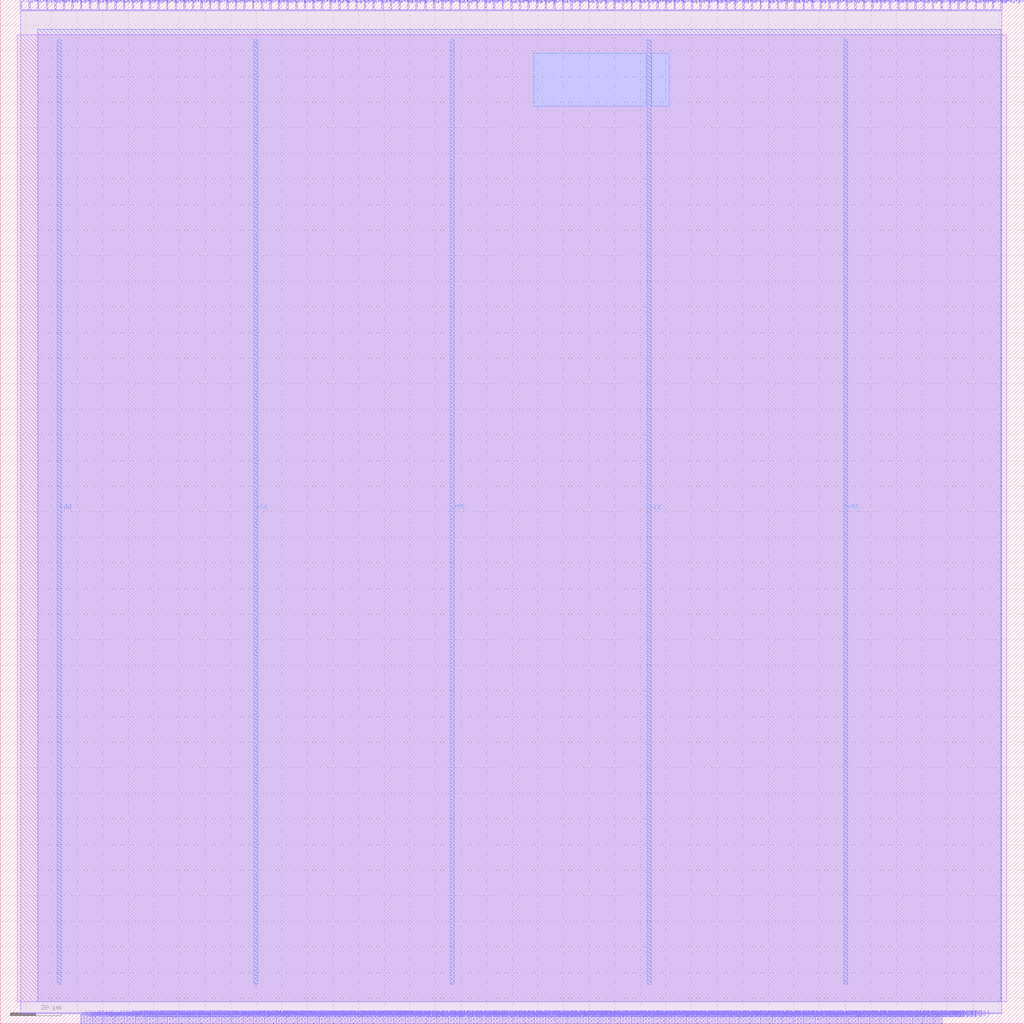
<source format=lef>
VERSION 5.7 ;
  NOWIREEXTENSIONATPIN ON ;
  DIVIDERCHAR "/" ;
  BUSBITCHARS "[]" ;
MACRO macro_decap8
  CLASS BLOCK ;
  FOREIGN macro_decap8 ;
  ORIGIN 0.000 0.000 ;
  SIZE 400.000 BY 400.000 ;
  PIN io_active
    DIRECTION INPUT ;
    USE SIGNAL ;
    PORT
      LAYER Metal2 ;
        RECT 7.840 396.000 8.400 400.000 ;
    END
  END io_active
  PIN io_in[0]
    DIRECTION INPUT ;
    USE SIGNAL ;
    PORT
      LAYER Metal2 ;
        RECT 11.200 396.000 11.760 400.000 ;
    END
  END io_in[0]
  PIN io_in[10]
    DIRECTION INPUT ;
    USE SIGNAL ;
    PORT
      LAYER Metal2 ;
        RECT 112.000 396.000 112.560 400.000 ;
    END
  END io_in[10]
  PIN io_in[11]
    DIRECTION INPUT ;
    USE SIGNAL ;
    PORT
      LAYER Metal2 ;
        RECT 122.080 396.000 122.640 400.000 ;
    END
  END io_in[11]
  PIN io_in[12]
    DIRECTION INPUT ;
    USE SIGNAL ;
    PORT
      LAYER Metal2 ;
        RECT 132.160 396.000 132.720 400.000 ;
    END
  END io_in[12]
  PIN io_in[13]
    DIRECTION INPUT ;
    USE SIGNAL ;
    PORT
      LAYER Metal2 ;
        RECT 142.240 396.000 142.800 400.000 ;
    END
  END io_in[13]
  PIN io_in[14]
    DIRECTION INPUT ;
    USE SIGNAL ;
    PORT
      LAYER Metal2 ;
        RECT 152.320 396.000 152.880 400.000 ;
    END
  END io_in[14]
  PIN io_in[15]
    DIRECTION INPUT ;
    USE SIGNAL ;
    PORT
      LAYER Metal2 ;
        RECT 162.400 396.000 162.960 400.000 ;
    END
  END io_in[15]
  PIN io_in[16]
    DIRECTION INPUT ;
    USE SIGNAL ;
    PORT
      LAYER Metal2 ;
        RECT 172.480 396.000 173.040 400.000 ;
    END
  END io_in[16]
  PIN io_in[17]
    DIRECTION INPUT ;
    USE SIGNAL ;
    PORT
      LAYER Metal2 ;
        RECT 182.560 396.000 183.120 400.000 ;
    END
  END io_in[17]
  PIN io_in[18]
    DIRECTION INPUT ;
    USE SIGNAL ;
    PORT
      LAYER Metal2 ;
        RECT 192.640 396.000 193.200 400.000 ;
    END
  END io_in[18]
  PIN io_in[19]
    DIRECTION INPUT ;
    USE SIGNAL ;
    PORT
      LAYER Metal2 ;
        RECT 202.720 396.000 203.280 400.000 ;
    END
  END io_in[19]
  PIN io_in[1]
    DIRECTION INPUT ;
    USE SIGNAL ;
    PORT
      LAYER Metal2 ;
        RECT 21.280 396.000 21.840 400.000 ;
    END
  END io_in[1]
  PIN io_in[20]
    DIRECTION INPUT ;
    USE SIGNAL ;
    PORT
      LAYER Metal2 ;
        RECT 212.800 396.000 213.360 400.000 ;
    END
  END io_in[20]
  PIN io_in[21]
    DIRECTION INPUT ;
    USE SIGNAL ;
    PORT
      LAYER Metal2 ;
        RECT 222.880 396.000 223.440 400.000 ;
    END
  END io_in[21]
  PIN io_in[22]
    DIRECTION INPUT ;
    USE SIGNAL ;
    PORT
      LAYER Metal2 ;
        RECT 232.960 396.000 233.520 400.000 ;
    END
  END io_in[22]
  PIN io_in[23]
    DIRECTION INPUT ;
    USE SIGNAL ;
    PORT
      LAYER Metal2 ;
        RECT 243.040 396.000 243.600 400.000 ;
    END
  END io_in[23]
  PIN io_in[24]
    DIRECTION INPUT ;
    USE SIGNAL ;
    PORT
      LAYER Metal2 ;
        RECT 253.120 396.000 253.680 400.000 ;
    END
  END io_in[24]
  PIN io_in[25]
    DIRECTION INPUT ;
    USE SIGNAL ;
    PORT
      LAYER Metal2 ;
        RECT 263.200 396.000 263.760 400.000 ;
    END
  END io_in[25]
  PIN io_in[26]
    DIRECTION INPUT ;
    USE SIGNAL ;
    PORT
      LAYER Metal2 ;
        RECT 273.280 396.000 273.840 400.000 ;
    END
  END io_in[26]
  PIN io_in[27]
    DIRECTION INPUT ;
    USE SIGNAL ;
    PORT
      LAYER Metal2 ;
        RECT 283.360 396.000 283.920 400.000 ;
    END
  END io_in[27]
  PIN io_in[28]
    DIRECTION INPUT ;
    USE SIGNAL ;
    PORT
      LAYER Metal2 ;
        RECT 293.440 396.000 294.000 400.000 ;
    END
  END io_in[28]
  PIN io_in[29]
    DIRECTION INPUT ;
    USE SIGNAL ;
    PORT
      LAYER Metal2 ;
        RECT 303.520 396.000 304.080 400.000 ;
    END
  END io_in[29]
  PIN io_in[2]
    DIRECTION INPUT ;
    USE SIGNAL ;
    PORT
      LAYER Metal2 ;
        RECT 31.360 396.000 31.920 400.000 ;
    END
  END io_in[2]
  PIN io_in[30]
    DIRECTION INPUT ;
    USE SIGNAL ;
    PORT
      LAYER Metal2 ;
        RECT 313.600 396.000 314.160 400.000 ;
    END
  END io_in[30]
  PIN io_in[31]
    DIRECTION INPUT ;
    USE SIGNAL ;
    PORT
      LAYER Metal2 ;
        RECT 323.680 396.000 324.240 400.000 ;
    END
  END io_in[31]
  PIN io_in[32]
    DIRECTION INPUT ;
    USE SIGNAL ;
    PORT
      LAYER Metal2 ;
        RECT 333.760 396.000 334.320 400.000 ;
    END
  END io_in[32]
  PIN io_in[33]
    DIRECTION INPUT ;
    USE SIGNAL ;
    PORT
      LAYER Metal2 ;
        RECT 343.840 396.000 344.400 400.000 ;
    END
  END io_in[33]
  PIN io_in[34]
    DIRECTION INPUT ;
    USE SIGNAL ;
    PORT
      LAYER Metal2 ;
        RECT 353.920 396.000 354.480 400.000 ;
    END
  END io_in[34]
  PIN io_in[35]
    DIRECTION INPUT ;
    USE SIGNAL ;
    PORT
      LAYER Metal2 ;
        RECT 364.000 396.000 364.560 400.000 ;
    END
  END io_in[35]
  PIN io_in[36]
    DIRECTION INPUT ;
    USE SIGNAL ;
    PORT
      LAYER Metal2 ;
        RECT 374.080 396.000 374.640 400.000 ;
    END
  END io_in[36]
  PIN io_in[37]
    DIRECTION INPUT ;
    USE SIGNAL ;
    PORT
      LAYER Metal2 ;
        RECT 384.160 396.000 384.720 400.000 ;
    END
  END io_in[37]
  PIN io_in[3]
    DIRECTION INPUT ;
    USE SIGNAL ;
    PORT
      LAYER Metal2 ;
        RECT 41.440 396.000 42.000 400.000 ;
    END
  END io_in[3]
  PIN io_in[4]
    DIRECTION INPUT ;
    USE SIGNAL ;
    PORT
      LAYER Metal2 ;
        RECT 51.520 396.000 52.080 400.000 ;
    END
  END io_in[4]
  PIN io_in[5]
    DIRECTION INPUT ;
    USE SIGNAL ;
    PORT
      LAYER Metal2 ;
        RECT 61.600 396.000 62.160 400.000 ;
    END
  END io_in[5]
  PIN io_in[6]
    DIRECTION INPUT ;
    USE SIGNAL ;
    PORT
      LAYER Metal2 ;
        RECT 71.680 396.000 72.240 400.000 ;
    END
  END io_in[6]
  PIN io_in[7]
    DIRECTION INPUT ;
    USE SIGNAL ;
    PORT
      LAYER Metal2 ;
        RECT 81.760 396.000 82.320 400.000 ;
    END
  END io_in[7]
  PIN io_in[8]
    DIRECTION INPUT ;
    USE SIGNAL ;
    PORT
      LAYER Metal2 ;
        RECT 91.840 396.000 92.400 400.000 ;
    END
  END io_in[8]
  PIN io_in[9]
    DIRECTION INPUT ;
    USE SIGNAL ;
    PORT
      LAYER Metal2 ;
        RECT 101.920 396.000 102.480 400.000 ;
    END
  END io_in[9]
  PIN io_oeb[0]
    DIRECTION OUTPUT TRISTATE ;
    USE SIGNAL ;
    PORT
      LAYER Metal2 ;
        RECT 14.560 396.000 15.120 400.000 ;
    END
  END io_oeb[0]
  PIN io_oeb[10]
    DIRECTION OUTPUT TRISTATE ;
    USE SIGNAL ;
    PORT
      LAYER Metal2 ;
        RECT 115.360 396.000 115.920 400.000 ;
    END
  END io_oeb[10]
  PIN io_oeb[11]
    DIRECTION OUTPUT TRISTATE ;
    USE SIGNAL ;
    PORT
      LAYER Metal2 ;
        RECT 125.440 396.000 126.000 400.000 ;
    END
  END io_oeb[11]
  PIN io_oeb[12]
    DIRECTION OUTPUT TRISTATE ;
    USE SIGNAL ;
    PORT
      LAYER Metal2 ;
        RECT 135.520 396.000 136.080 400.000 ;
    END
  END io_oeb[12]
  PIN io_oeb[13]
    DIRECTION OUTPUT TRISTATE ;
    USE SIGNAL ;
    PORT
      LAYER Metal2 ;
        RECT 145.600 396.000 146.160 400.000 ;
    END
  END io_oeb[13]
  PIN io_oeb[14]
    DIRECTION OUTPUT TRISTATE ;
    USE SIGNAL ;
    PORT
      LAYER Metal2 ;
        RECT 155.680 396.000 156.240 400.000 ;
    END
  END io_oeb[14]
  PIN io_oeb[15]
    DIRECTION OUTPUT TRISTATE ;
    USE SIGNAL ;
    PORT
      LAYER Metal2 ;
        RECT 165.760 396.000 166.320 400.000 ;
    END
  END io_oeb[15]
  PIN io_oeb[16]
    DIRECTION OUTPUT TRISTATE ;
    USE SIGNAL ;
    PORT
      LAYER Metal2 ;
        RECT 175.840 396.000 176.400 400.000 ;
    END
  END io_oeb[16]
  PIN io_oeb[17]
    DIRECTION OUTPUT TRISTATE ;
    USE SIGNAL ;
    PORT
      LAYER Metal2 ;
        RECT 185.920 396.000 186.480 400.000 ;
    END
  END io_oeb[17]
  PIN io_oeb[18]
    DIRECTION OUTPUT TRISTATE ;
    USE SIGNAL ;
    PORT
      LAYER Metal2 ;
        RECT 196.000 396.000 196.560 400.000 ;
    END
  END io_oeb[18]
  PIN io_oeb[19]
    DIRECTION OUTPUT TRISTATE ;
    USE SIGNAL ;
    PORT
      LAYER Metal2 ;
        RECT 206.080 396.000 206.640 400.000 ;
    END
  END io_oeb[19]
  PIN io_oeb[1]
    DIRECTION OUTPUT TRISTATE ;
    USE SIGNAL ;
    PORT
      LAYER Metal2 ;
        RECT 24.640 396.000 25.200 400.000 ;
    END
  END io_oeb[1]
  PIN io_oeb[20]
    DIRECTION OUTPUT TRISTATE ;
    USE SIGNAL ;
    PORT
      LAYER Metal2 ;
        RECT 216.160 396.000 216.720 400.000 ;
    END
  END io_oeb[20]
  PIN io_oeb[21]
    DIRECTION OUTPUT TRISTATE ;
    USE SIGNAL ;
    PORT
      LAYER Metal2 ;
        RECT 226.240 396.000 226.800 400.000 ;
    END
  END io_oeb[21]
  PIN io_oeb[22]
    DIRECTION OUTPUT TRISTATE ;
    USE SIGNAL ;
    PORT
      LAYER Metal2 ;
        RECT 236.320 396.000 236.880 400.000 ;
    END
  END io_oeb[22]
  PIN io_oeb[23]
    DIRECTION OUTPUT TRISTATE ;
    USE SIGNAL ;
    PORT
      LAYER Metal2 ;
        RECT 246.400 396.000 246.960 400.000 ;
    END
  END io_oeb[23]
  PIN io_oeb[24]
    DIRECTION OUTPUT TRISTATE ;
    USE SIGNAL ;
    PORT
      LAYER Metal2 ;
        RECT 256.480 396.000 257.040 400.000 ;
    END
  END io_oeb[24]
  PIN io_oeb[25]
    DIRECTION OUTPUT TRISTATE ;
    USE SIGNAL ;
    PORT
      LAYER Metal2 ;
        RECT 266.560 396.000 267.120 400.000 ;
    END
  END io_oeb[25]
  PIN io_oeb[26]
    DIRECTION OUTPUT TRISTATE ;
    USE SIGNAL ;
    PORT
      LAYER Metal2 ;
        RECT 276.640 396.000 277.200 400.000 ;
    END
  END io_oeb[26]
  PIN io_oeb[27]
    DIRECTION OUTPUT TRISTATE ;
    USE SIGNAL ;
    PORT
      LAYER Metal2 ;
        RECT 286.720 396.000 287.280 400.000 ;
    END
  END io_oeb[27]
  PIN io_oeb[28]
    DIRECTION OUTPUT TRISTATE ;
    USE SIGNAL ;
    PORT
      LAYER Metal2 ;
        RECT 296.800 396.000 297.360 400.000 ;
    END
  END io_oeb[28]
  PIN io_oeb[29]
    DIRECTION OUTPUT TRISTATE ;
    USE SIGNAL ;
    PORT
      LAYER Metal2 ;
        RECT 306.880 396.000 307.440 400.000 ;
    END
  END io_oeb[29]
  PIN io_oeb[2]
    DIRECTION OUTPUT TRISTATE ;
    USE SIGNAL ;
    PORT
      LAYER Metal2 ;
        RECT 34.720 396.000 35.280 400.000 ;
    END
  END io_oeb[2]
  PIN io_oeb[30]
    DIRECTION OUTPUT TRISTATE ;
    USE SIGNAL ;
    PORT
      LAYER Metal2 ;
        RECT 316.960 396.000 317.520 400.000 ;
    END
  END io_oeb[30]
  PIN io_oeb[31]
    DIRECTION OUTPUT TRISTATE ;
    USE SIGNAL ;
    PORT
      LAYER Metal2 ;
        RECT 327.040 396.000 327.600 400.000 ;
    END
  END io_oeb[31]
  PIN io_oeb[32]
    DIRECTION OUTPUT TRISTATE ;
    USE SIGNAL ;
    PORT
      LAYER Metal2 ;
        RECT 337.120 396.000 337.680 400.000 ;
    END
  END io_oeb[32]
  PIN io_oeb[33]
    DIRECTION OUTPUT TRISTATE ;
    USE SIGNAL ;
    PORT
      LAYER Metal2 ;
        RECT 347.200 396.000 347.760 400.000 ;
    END
  END io_oeb[33]
  PIN io_oeb[34]
    DIRECTION OUTPUT TRISTATE ;
    USE SIGNAL ;
    PORT
      LAYER Metal2 ;
        RECT 357.280 396.000 357.840 400.000 ;
    END
  END io_oeb[34]
  PIN io_oeb[35]
    DIRECTION OUTPUT TRISTATE ;
    USE SIGNAL ;
    PORT
      LAYER Metal2 ;
        RECT 367.360 396.000 367.920 400.000 ;
    END
  END io_oeb[35]
  PIN io_oeb[36]
    DIRECTION OUTPUT TRISTATE ;
    USE SIGNAL ;
    PORT
      LAYER Metal2 ;
        RECT 377.440 396.000 378.000 400.000 ;
    END
  END io_oeb[36]
  PIN io_oeb[37]
    DIRECTION OUTPUT TRISTATE ;
    USE SIGNAL ;
    PORT
      LAYER Metal2 ;
        RECT 387.520 396.000 388.080 400.000 ;
    END
  END io_oeb[37]
  PIN io_oeb[3]
    DIRECTION OUTPUT TRISTATE ;
    USE SIGNAL ;
    PORT
      LAYER Metal2 ;
        RECT 44.800 396.000 45.360 400.000 ;
    END
  END io_oeb[3]
  PIN io_oeb[4]
    DIRECTION OUTPUT TRISTATE ;
    USE SIGNAL ;
    PORT
      LAYER Metal2 ;
        RECT 54.880 396.000 55.440 400.000 ;
    END
  END io_oeb[4]
  PIN io_oeb[5]
    DIRECTION OUTPUT TRISTATE ;
    USE SIGNAL ;
    PORT
      LAYER Metal2 ;
        RECT 64.960 396.000 65.520 400.000 ;
    END
  END io_oeb[5]
  PIN io_oeb[6]
    DIRECTION OUTPUT TRISTATE ;
    USE SIGNAL ;
    PORT
      LAYER Metal2 ;
        RECT 75.040 396.000 75.600 400.000 ;
    END
  END io_oeb[6]
  PIN io_oeb[7]
    DIRECTION OUTPUT TRISTATE ;
    USE SIGNAL ;
    PORT
      LAYER Metal2 ;
        RECT 85.120 396.000 85.680 400.000 ;
    END
  END io_oeb[7]
  PIN io_oeb[8]
    DIRECTION OUTPUT TRISTATE ;
    USE SIGNAL ;
    PORT
      LAYER Metal2 ;
        RECT 95.200 396.000 95.760 400.000 ;
    END
  END io_oeb[8]
  PIN io_oeb[9]
    DIRECTION OUTPUT TRISTATE ;
    USE SIGNAL ;
    PORT
      LAYER Metal2 ;
        RECT 105.280 396.000 105.840 400.000 ;
    END
  END io_oeb[9]
  PIN io_out[0]
    DIRECTION OUTPUT TRISTATE ;
    USE SIGNAL ;
    PORT
      LAYER Metal2 ;
        RECT 17.920 396.000 18.480 400.000 ;
    END
  END io_out[0]
  PIN io_out[10]
    DIRECTION OUTPUT TRISTATE ;
    USE SIGNAL ;
    PORT
      LAYER Metal2 ;
        RECT 118.720 396.000 119.280 400.000 ;
    END
  END io_out[10]
  PIN io_out[11]
    DIRECTION OUTPUT TRISTATE ;
    USE SIGNAL ;
    PORT
      LAYER Metal2 ;
        RECT 128.800 396.000 129.360 400.000 ;
    END
  END io_out[11]
  PIN io_out[12]
    DIRECTION OUTPUT TRISTATE ;
    USE SIGNAL ;
    PORT
      LAYER Metal2 ;
        RECT 138.880 396.000 139.440 400.000 ;
    END
  END io_out[12]
  PIN io_out[13]
    DIRECTION OUTPUT TRISTATE ;
    USE SIGNAL ;
    PORT
      LAYER Metal2 ;
        RECT 148.960 396.000 149.520 400.000 ;
    END
  END io_out[13]
  PIN io_out[14]
    DIRECTION OUTPUT TRISTATE ;
    USE SIGNAL ;
    PORT
      LAYER Metal2 ;
        RECT 159.040 396.000 159.600 400.000 ;
    END
  END io_out[14]
  PIN io_out[15]
    DIRECTION OUTPUT TRISTATE ;
    USE SIGNAL ;
    PORT
      LAYER Metal2 ;
        RECT 169.120 396.000 169.680 400.000 ;
    END
  END io_out[15]
  PIN io_out[16]
    DIRECTION OUTPUT TRISTATE ;
    USE SIGNAL ;
    PORT
      LAYER Metal2 ;
        RECT 179.200 396.000 179.760 400.000 ;
    END
  END io_out[16]
  PIN io_out[17]
    DIRECTION OUTPUT TRISTATE ;
    USE SIGNAL ;
    PORT
      LAYER Metal2 ;
        RECT 189.280 396.000 189.840 400.000 ;
    END
  END io_out[17]
  PIN io_out[18]
    DIRECTION OUTPUT TRISTATE ;
    USE SIGNAL ;
    PORT
      LAYER Metal2 ;
        RECT 199.360 396.000 199.920 400.000 ;
    END
  END io_out[18]
  PIN io_out[19]
    DIRECTION OUTPUT TRISTATE ;
    USE SIGNAL ;
    PORT
      LAYER Metal2 ;
        RECT 209.440 396.000 210.000 400.000 ;
    END
  END io_out[19]
  PIN io_out[1]
    DIRECTION OUTPUT TRISTATE ;
    USE SIGNAL ;
    PORT
      LAYER Metal2 ;
        RECT 28.000 396.000 28.560 400.000 ;
    END
  END io_out[1]
  PIN io_out[20]
    DIRECTION OUTPUT TRISTATE ;
    USE SIGNAL ;
    PORT
      LAYER Metal2 ;
        RECT 219.520 396.000 220.080 400.000 ;
    END
  END io_out[20]
  PIN io_out[21]
    DIRECTION OUTPUT TRISTATE ;
    USE SIGNAL ;
    PORT
      LAYER Metal2 ;
        RECT 229.600 396.000 230.160 400.000 ;
    END
  END io_out[21]
  PIN io_out[22]
    DIRECTION OUTPUT TRISTATE ;
    USE SIGNAL ;
    PORT
      LAYER Metal2 ;
        RECT 239.680 396.000 240.240 400.000 ;
    END
  END io_out[22]
  PIN io_out[23]
    DIRECTION OUTPUT TRISTATE ;
    USE SIGNAL ;
    PORT
      LAYER Metal2 ;
        RECT 249.760 396.000 250.320 400.000 ;
    END
  END io_out[23]
  PIN io_out[24]
    DIRECTION OUTPUT TRISTATE ;
    USE SIGNAL ;
    PORT
      LAYER Metal2 ;
        RECT 259.840 396.000 260.400 400.000 ;
    END
  END io_out[24]
  PIN io_out[25]
    DIRECTION OUTPUT TRISTATE ;
    USE SIGNAL ;
    PORT
      LAYER Metal2 ;
        RECT 269.920 396.000 270.480 400.000 ;
    END
  END io_out[25]
  PIN io_out[26]
    DIRECTION OUTPUT TRISTATE ;
    USE SIGNAL ;
    PORT
      LAYER Metal2 ;
        RECT 280.000 396.000 280.560 400.000 ;
    END
  END io_out[26]
  PIN io_out[27]
    DIRECTION OUTPUT TRISTATE ;
    USE SIGNAL ;
    PORT
      LAYER Metal2 ;
        RECT 290.080 396.000 290.640 400.000 ;
    END
  END io_out[27]
  PIN io_out[28]
    DIRECTION OUTPUT TRISTATE ;
    USE SIGNAL ;
    PORT
      LAYER Metal2 ;
        RECT 300.160 396.000 300.720 400.000 ;
    END
  END io_out[28]
  PIN io_out[29]
    DIRECTION OUTPUT TRISTATE ;
    USE SIGNAL ;
    PORT
      LAYER Metal2 ;
        RECT 310.240 396.000 310.800 400.000 ;
    END
  END io_out[29]
  PIN io_out[2]
    DIRECTION OUTPUT TRISTATE ;
    USE SIGNAL ;
    PORT
      LAYER Metal2 ;
        RECT 38.080 396.000 38.640 400.000 ;
    END
  END io_out[2]
  PIN io_out[30]
    DIRECTION OUTPUT TRISTATE ;
    USE SIGNAL ;
    PORT
      LAYER Metal2 ;
        RECT 320.320 396.000 320.880 400.000 ;
    END
  END io_out[30]
  PIN io_out[31]
    DIRECTION OUTPUT TRISTATE ;
    USE SIGNAL ;
    PORT
      LAYER Metal2 ;
        RECT 330.400 396.000 330.960 400.000 ;
    END
  END io_out[31]
  PIN io_out[32]
    DIRECTION OUTPUT TRISTATE ;
    USE SIGNAL ;
    PORT
      LAYER Metal2 ;
        RECT 340.480 396.000 341.040 400.000 ;
    END
  END io_out[32]
  PIN io_out[33]
    DIRECTION OUTPUT TRISTATE ;
    USE SIGNAL ;
    PORT
      LAYER Metal2 ;
        RECT 350.560 396.000 351.120 400.000 ;
    END
  END io_out[33]
  PIN io_out[34]
    DIRECTION OUTPUT TRISTATE ;
    USE SIGNAL ;
    PORT
      LAYER Metal2 ;
        RECT 360.640 396.000 361.200 400.000 ;
    END
  END io_out[34]
  PIN io_out[35]
    DIRECTION OUTPUT TRISTATE ;
    USE SIGNAL ;
    PORT
      LAYER Metal2 ;
        RECT 370.720 396.000 371.280 400.000 ;
    END
  END io_out[35]
  PIN io_out[36]
    DIRECTION OUTPUT TRISTATE ;
    USE SIGNAL ;
    PORT
      LAYER Metal2 ;
        RECT 380.800 396.000 381.360 400.000 ;
    END
  END io_out[36]
  PIN io_out[37]
    DIRECTION OUTPUT TRISTATE ;
    USE SIGNAL ;
    PORT
      LAYER Metal2 ;
        RECT 390.880 396.000 391.440 400.000 ;
    END
  END io_out[37]
  PIN io_out[3]
    DIRECTION OUTPUT TRISTATE ;
    USE SIGNAL ;
    PORT
      LAYER Metal2 ;
        RECT 48.160 396.000 48.720 400.000 ;
    END
  END io_out[3]
  PIN io_out[4]
    DIRECTION OUTPUT TRISTATE ;
    USE SIGNAL ;
    PORT
      LAYER Metal2 ;
        RECT 58.240 396.000 58.800 400.000 ;
    END
  END io_out[4]
  PIN io_out[5]
    DIRECTION OUTPUT TRISTATE ;
    USE SIGNAL ;
    PORT
      LAYER Metal2 ;
        RECT 68.320 396.000 68.880 400.000 ;
    END
  END io_out[5]
  PIN io_out[6]
    DIRECTION OUTPUT TRISTATE ;
    USE SIGNAL ;
    PORT
      LAYER Metal2 ;
        RECT 78.400 396.000 78.960 400.000 ;
    END
  END io_out[6]
  PIN io_out[7]
    DIRECTION OUTPUT TRISTATE ;
    USE SIGNAL ;
    PORT
      LAYER Metal2 ;
        RECT 88.480 396.000 89.040 400.000 ;
    END
  END io_out[7]
  PIN io_out[8]
    DIRECTION OUTPUT TRISTATE ;
    USE SIGNAL ;
    PORT
      LAYER Metal2 ;
        RECT 98.560 396.000 99.120 400.000 ;
    END
  END io_out[8]
  PIN io_out[9]
    DIRECTION OUTPUT TRISTATE ;
    USE SIGNAL ;
    PORT
      LAYER Metal2 ;
        RECT 108.640 396.000 109.200 400.000 ;
    END
  END io_out[9]
  PIN irq[0]
    DIRECTION OUTPUT TRISTATE ;
    USE SIGNAL ;
    PORT
      LAYER Metal2 ;
        RECT 365.120 0.000 365.680 4.000 ;
    END
  END irq[0]
  PIN irq[1]
    DIRECTION OUTPUT TRISTATE ;
    USE SIGNAL ;
    PORT
      LAYER Metal2 ;
        RECT 366.240 0.000 366.800 4.000 ;
    END
  END irq[1]
  PIN irq[2]
    DIRECTION OUTPUT TRISTATE ;
    USE SIGNAL ;
    PORT
      LAYER Metal2 ;
        RECT 367.360 0.000 367.920 4.000 ;
    END
  END irq[2]
  PIN la_data_in[0]
    DIRECTION INPUT ;
    USE SIGNAL ;
    PORT
      LAYER Metal2 ;
        RECT 150.080 0.000 150.640 4.000 ;
    END
  END la_data_in[0]
  PIN la_data_in[10]
    DIRECTION INPUT ;
    USE SIGNAL ;
    PORT
      LAYER Metal2 ;
        RECT 183.680 0.000 184.240 4.000 ;
    END
  END la_data_in[10]
  PIN la_data_in[11]
    DIRECTION INPUT ;
    USE SIGNAL ;
    PORT
      LAYER Metal2 ;
        RECT 187.040 0.000 187.600 4.000 ;
    END
  END la_data_in[11]
  PIN la_data_in[12]
    DIRECTION INPUT ;
    USE SIGNAL ;
    PORT
      LAYER Metal2 ;
        RECT 190.400 0.000 190.960 4.000 ;
    END
  END la_data_in[12]
  PIN la_data_in[13]
    DIRECTION INPUT ;
    USE SIGNAL ;
    PORT
      LAYER Metal2 ;
        RECT 193.760 0.000 194.320 4.000 ;
    END
  END la_data_in[13]
  PIN la_data_in[14]
    DIRECTION INPUT ;
    USE SIGNAL ;
    PORT
      LAYER Metal2 ;
        RECT 197.120 0.000 197.680 4.000 ;
    END
  END la_data_in[14]
  PIN la_data_in[15]
    DIRECTION INPUT ;
    USE SIGNAL ;
    PORT
      LAYER Metal2 ;
        RECT 200.480 0.000 201.040 4.000 ;
    END
  END la_data_in[15]
  PIN la_data_in[16]
    DIRECTION INPUT ;
    USE SIGNAL ;
    PORT
      LAYER Metal2 ;
        RECT 203.840 0.000 204.400 4.000 ;
    END
  END la_data_in[16]
  PIN la_data_in[17]
    DIRECTION INPUT ;
    USE SIGNAL ;
    PORT
      LAYER Metal2 ;
        RECT 207.200 0.000 207.760 4.000 ;
    END
  END la_data_in[17]
  PIN la_data_in[18]
    DIRECTION INPUT ;
    USE SIGNAL ;
    PORT
      LAYER Metal2 ;
        RECT 210.560 0.000 211.120 4.000 ;
    END
  END la_data_in[18]
  PIN la_data_in[19]
    DIRECTION INPUT ;
    USE SIGNAL ;
    PORT
      LAYER Metal2 ;
        RECT 213.920 0.000 214.480 4.000 ;
    END
  END la_data_in[19]
  PIN la_data_in[1]
    DIRECTION INPUT ;
    USE SIGNAL ;
    PORT
      LAYER Metal2 ;
        RECT 153.440 0.000 154.000 4.000 ;
    END
  END la_data_in[1]
  PIN la_data_in[20]
    DIRECTION INPUT ;
    USE SIGNAL ;
    PORT
      LAYER Metal2 ;
        RECT 217.280 0.000 217.840 4.000 ;
    END
  END la_data_in[20]
  PIN la_data_in[21]
    DIRECTION INPUT ;
    USE SIGNAL ;
    PORT
      LAYER Metal2 ;
        RECT 220.640 0.000 221.200 4.000 ;
    END
  END la_data_in[21]
  PIN la_data_in[22]
    DIRECTION INPUT ;
    USE SIGNAL ;
    PORT
      LAYER Metal2 ;
        RECT 224.000 0.000 224.560 4.000 ;
    END
  END la_data_in[22]
  PIN la_data_in[23]
    DIRECTION INPUT ;
    USE SIGNAL ;
    PORT
      LAYER Metal2 ;
        RECT 227.360 0.000 227.920 4.000 ;
    END
  END la_data_in[23]
  PIN la_data_in[24]
    DIRECTION INPUT ;
    USE SIGNAL ;
    PORT
      LAYER Metal2 ;
        RECT 230.720 0.000 231.280 4.000 ;
    END
  END la_data_in[24]
  PIN la_data_in[25]
    DIRECTION INPUT ;
    USE SIGNAL ;
    PORT
      LAYER Metal2 ;
        RECT 234.080 0.000 234.640 4.000 ;
    END
  END la_data_in[25]
  PIN la_data_in[26]
    DIRECTION INPUT ;
    USE SIGNAL ;
    PORT
      LAYER Metal2 ;
        RECT 237.440 0.000 238.000 4.000 ;
    END
  END la_data_in[26]
  PIN la_data_in[27]
    DIRECTION INPUT ;
    USE SIGNAL ;
    PORT
      LAYER Metal2 ;
        RECT 240.800 0.000 241.360 4.000 ;
    END
  END la_data_in[27]
  PIN la_data_in[28]
    DIRECTION INPUT ;
    USE SIGNAL ;
    PORT
      LAYER Metal2 ;
        RECT 244.160 0.000 244.720 4.000 ;
    END
  END la_data_in[28]
  PIN la_data_in[29]
    DIRECTION INPUT ;
    USE SIGNAL ;
    PORT
      LAYER Metal2 ;
        RECT 247.520 0.000 248.080 4.000 ;
    END
  END la_data_in[29]
  PIN la_data_in[2]
    DIRECTION INPUT ;
    USE SIGNAL ;
    PORT
      LAYER Metal2 ;
        RECT 156.800 0.000 157.360 4.000 ;
    END
  END la_data_in[2]
  PIN la_data_in[30]
    DIRECTION INPUT ;
    USE SIGNAL ;
    PORT
      LAYER Metal2 ;
        RECT 250.880 0.000 251.440 4.000 ;
    END
  END la_data_in[30]
  PIN la_data_in[31]
    DIRECTION INPUT ;
    USE SIGNAL ;
    PORT
      LAYER Metal2 ;
        RECT 254.240 0.000 254.800 4.000 ;
    END
  END la_data_in[31]
  PIN la_data_in[32]
    DIRECTION INPUT ;
    USE SIGNAL ;
    PORT
      LAYER Metal2 ;
        RECT 257.600 0.000 258.160 4.000 ;
    END
  END la_data_in[32]
  PIN la_data_in[33]
    DIRECTION INPUT ;
    USE SIGNAL ;
    PORT
      LAYER Metal2 ;
        RECT 260.960 0.000 261.520 4.000 ;
    END
  END la_data_in[33]
  PIN la_data_in[34]
    DIRECTION INPUT ;
    USE SIGNAL ;
    PORT
      LAYER Metal2 ;
        RECT 264.320 0.000 264.880 4.000 ;
    END
  END la_data_in[34]
  PIN la_data_in[35]
    DIRECTION INPUT ;
    USE SIGNAL ;
    PORT
      LAYER Metal2 ;
        RECT 267.680 0.000 268.240 4.000 ;
    END
  END la_data_in[35]
  PIN la_data_in[36]
    DIRECTION INPUT ;
    USE SIGNAL ;
    PORT
      LAYER Metal2 ;
        RECT 271.040 0.000 271.600 4.000 ;
    END
  END la_data_in[36]
  PIN la_data_in[37]
    DIRECTION INPUT ;
    USE SIGNAL ;
    PORT
      LAYER Metal2 ;
        RECT 274.400 0.000 274.960 4.000 ;
    END
  END la_data_in[37]
  PIN la_data_in[38]
    DIRECTION INPUT ;
    USE SIGNAL ;
    PORT
      LAYER Metal2 ;
        RECT 277.760 0.000 278.320 4.000 ;
    END
  END la_data_in[38]
  PIN la_data_in[39]
    DIRECTION INPUT ;
    USE SIGNAL ;
    PORT
      LAYER Metal2 ;
        RECT 281.120 0.000 281.680 4.000 ;
    END
  END la_data_in[39]
  PIN la_data_in[3]
    DIRECTION INPUT ;
    USE SIGNAL ;
    PORT
      LAYER Metal2 ;
        RECT 160.160 0.000 160.720 4.000 ;
    END
  END la_data_in[3]
  PIN la_data_in[40]
    DIRECTION INPUT ;
    USE SIGNAL ;
    PORT
      LAYER Metal2 ;
        RECT 284.480 0.000 285.040 4.000 ;
    END
  END la_data_in[40]
  PIN la_data_in[41]
    DIRECTION INPUT ;
    USE SIGNAL ;
    PORT
      LAYER Metal2 ;
        RECT 287.840 0.000 288.400 4.000 ;
    END
  END la_data_in[41]
  PIN la_data_in[42]
    DIRECTION INPUT ;
    USE SIGNAL ;
    PORT
      LAYER Metal2 ;
        RECT 291.200 0.000 291.760 4.000 ;
    END
  END la_data_in[42]
  PIN la_data_in[43]
    DIRECTION INPUT ;
    USE SIGNAL ;
    PORT
      LAYER Metal2 ;
        RECT 294.560 0.000 295.120 4.000 ;
    END
  END la_data_in[43]
  PIN la_data_in[44]
    DIRECTION INPUT ;
    USE SIGNAL ;
    PORT
      LAYER Metal2 ;
        RECT 297.920 0.000 298.480 4.000 ;
    END
  END la_data_in[44]
  PIN la_data_in[45]
    DIRECTION INPUT ;
    USE SIGNAL ;
    PORT
      LAYER Metal2 ;
        RECT 301.280 0.000 301.840 4.000 ;
    END
  END la_data_in[45]
  PIN la_data_in[46]
    DIRECTION INPUT ;
    USE SIGNAL ;
    PORT
      LAYER Metal2 ;
        RECT 304.640 0.000 305.200 4.000 ;
    END
  END la_data_in[46]
  PIN la_data_in[47]
    DIRECTION INPUT ;
    USE SIGNAL ;
    PORT
      LAYER Metal2 ;
        RECT 308.000 0.000 308.560 4.000 ;
    END
  END la_data_in[47]
  PIN la_data_in[48]
    DIRECTION INPUT ;
    USE SIGNAL ;
    PORT
      LAYER Metal2 ;
        RECT 311.360 0.000 311.920 4.000 ;
    END
  END la_data_in[48]
  PIN la_data_in[49]
    DIRECTION INPUT ;
    USE SIGNAL ;
    PORT
      LAYER Metal2 ;
        RECT 314.720 0.000 315.280 4.000 ;
    END
  END la_data_in[49]
  PIN la_data_in[4]
    DIRECTION INPUT ;
    USE SIGNAL ;
    PORT
      LAYER Metal2 ;
        RECT 163.520 0.000 164.080 4.000 ;
    END
  END la_data_in[4]
  PIN la_data_in[50]
    DIRECTION INPUT ;
    USE SIGNAL ;
    PORT
      LAYER Metal2 ;
        RECT 318.080 0.000 318.640 4.000 ;
    END
  END la_data_in[50]
  PIN la_data_in[51]
    DIRECTION INPUT ;
    USE SIGNAL ;
    PORT
      LAYER Metal2 ;
        RECT 321.440 0.000 322.000 4.000 ;
    END
  END la_data_in[51]
  PIN la_data_in[52]
    DIRECTION INPUT ;
    USE SIGNAL ;
    PORT
      LAYER Metal2 ;
        RECT 324.800 0.000 325.360 4.000 ;
    END
  END la_data_in[52]
  PIN la_data_in[53]
    DIRECTION INPUT ;
    USE SIGNAL ;
    PORT
      LAYER Metal2 ;
        RECT 328.160 0.000 328.720 4.000 ;
    END
  END la_data_in[53]
  PIN la_data_in[54]
    DIRECTION INPUT ;
    USE SIGNAL ;
    PORT
      LAYER Metal2 ;
        RECT 331.520 0.000 332.080 4.000 ;
    END
  END la_data_in[54]
  PIN la_data_in[55]
    DIRECTION INPUT ;
    USE SIGNAL ;
    PORT
      LAYER Metal2 ;
        RECT 334.880 0.000 335.440 4.000 ;
    END
  END la_data_in[55]
  PIN la_data_in[56]
    DIRECTION INPUT ;
    USE SIGNAL ;
    PORT
      LAYER Metal2 ;
        RECT 338.240 0.000 338.800 4.000 ;
    END
  END la_data_in[56]
  PIN la_data_in[57]
    DIRECTION INPUT ;
    USE SIGNAL ;
    PORT
      LAYER Metal2 ;
        RECT 341.600 0.000 342.160 4.000 ;
    END
  END la_data_in[57]
  PIN la_data_in[58]
    DIRECTION INPUT ;
    USE SIGNAL ;
    PORT
      LAYER Metal2 ;
        RECT 344.960 0.000 345.520 4.000 ;
    END
  END la_data_in[58]
  PIN la_data_in[59]
    DIRECTION INPUT ;
    USE SIGNAL ;
    PORT
      LAYER Metal2 ;
        RECT 348.320 0.000 348.880 4.000 ;
    END
  END la_data_in[59]
  PIN la_data_in[5]
    DIRECTION INPUT ;
    USE SIGNAL ;
    PORT
      LAYER Metal2 ;
        RECT 166.880 0.000 167.440 4.000 ;
    END
  END la_data_in[5]
  PIN la_data_in[60]
    DIRECTION INPUT ;
    USE SIGNAL ;
    PORT
      LAYER Metal2 ;
        RECT 351.680 0.000 352.240 4.000 ;
    END
  END la_data_in[60]
  PIN la_data_in[61]
    DIRECTION INPUT ;
    USE SIGNAL ;
    PORT
      LAYER Metal2 ;
        RECT 355.040 0.000 355.600 4.000 ;
    END
  END la_data_in[61]
  PIN la_data_in[62]
    DIRECTION INPUT ;
    USE SIGNAL ;
    PORT
      LAYER Metal2 ;
        RECT 358.400 0.000 358.960 4.000 ;
    END
  END la_data_in[62]
  PIN la_data_in[63]
    DIRECTION INPUT ;
    USE SIGNAL ;
    PORT
      LAYER Metal2 ;
        RECT 361.760 0.000 362.320 4.000 ;
    END
  END la_data_in[63]
  PIN la_data_in[6]
    DIRECTION INPUT ;
    USE SIGNAL ;
    PORT
      LAYER Metal2 ;
        RECT 170.240 0.000 170.800 4.000 ;
    END
  END la_data_in[6]
  PIN la_data_in[7]
    DIRECTION INPUT ;
    USE SIGNAL ;
    PORT
      LAYER Metal2 ;
        RECT 173.600 0.000 174.160 4.000 ;
    END
  END la_data_in[7]
  PIN la_data_in[8]
    DIRECTION INPUT ;
    USE SIGNAL ;
    PORT
      LAYER Metal2 ;
        RECT 176.960 0.000 177.520 4.000 ;
    END
  END la_data_in[8]
  PIN la_data_in[9]
    DIRECTION INPUT ;
    USE SIGNAL ;
    PORT
      LAYER Metal2 ;
        RECT 180.320 0.000 180.880 4.000 ;
    END
  END la_data_in[9]
  PIN la_data_out[0]
    DIRECTION OUTPUT TRISTATE ;
    USE SIGNAL ;
    PORT
      LAYER Metal2 ;
        RECT 151.200 0.000 151.760 4.000 ;
    END
  END la_data_out[0]
  PIN la_data_out[10]
    DIRECTION OUTPUT TRISTATE ;
    USE SIGNAL ;
    PORT
      LAYER Metal2 ;
        RECT 184.800 0.000 185.360 4.000 ;
    END
  END la_data_out[10]
  PIN la_data_out[11]
    DIRECTION OUTPUT TRISTATE ;
    USE SIGNAL ;
    PORT
      LAYER Metal2 ;
        RECT 188.160 0.000 188.720 4.000 ;
    END
  END la_data_out[11]
  PIN la_data_out[12]
    DIRECTION OUTPUT TRISTATE ;
    USE SIGNAL ;
    PORT
      LAYER Metal2 ;
        RECT 191.520 0.000 192.080 4.000 ;
    END
  END la_data_out[12]
  PIN la_data_out[13]
    DIRECTION OUTPUT TRISTATE ;
    USE SIGNAL ;
    PORT
      LAYER Metal2 ;
        RECT 194.880 0.000 195.440 4.000 ;
    END
  END la_data_out[13]
  PIN la_data_out[14]
    DIRECTION OUTPUT TRISTATE ;
    USE SIGNAL ;
    PORT
      LAYER Metal2 ;
        RECT 198.240 0.000 198.800 4.000 ;
    END
  END la_data_out[14]
  PIN la_data_out[15]
    DIRECTION OUTPUT TRISTATE ;
    USE SIGNAL ;
    PORT
      LAYER Metal2 ;
        RECT 201.600 0.000 202.160 4.000 ;
    END
  END la_data_out[15]
  PIN la_data_out[16]
    DIRECTION OUTPUT TRISTATE ;
    USE SIGNAL ;
    PORT
      LAYER Metal2 ;
        RECT 204.960 0.000 205.520 4.000 ;
    END
  END la_data_out[16]
  PIN la_data_out[17]
    DIRECTION OUTPUT TRISTATE ;
    USE SIGNAL ;
    PORT
      LAYER Metal2 ;
        RECT 208.320 0.000 208.880 4.000 ;
    END
  END la_data_out[17]
  PIN la_data_out[18]
    DIRECTION OUTPUT TRISTATE ;
    USE SIGNAL ;
    PORT
      LAYER Metal2 ;
        RECT 211.680 0.000 212.240 4.000 ;
    END
  END la_data_out[18]
  PIN la_data_out[19]
    DIRECTION OUTPUT TRISTATE ;
    USE SIGNAL ;
    PORT
      LAYER Metal2 ;
        RECT 215.040 0.000 215.600 4.000 ;
    END
  END la_data_out[19]
  PIN la_data_out[1]
    DIRECTION OUTPUT TRISTATE ;
    USE SIGNAL ;
    PORT
      LAYER Metal2 ;
        RECT 154.560 0.000 155.120 4.000 ;
    END
  END la_data_out[1]
  PIN la_data_out[20]
    DIRECTION OUTPUT TRISTATE ;
    USE SIGNAL ;
    PORT
      LAYER Metal2 ;
        RECT 218.400 0.000 218.960 4.000 ;
    END
  END la_data_out[20]
  PIN la_data_out[21]
    DIRECTION OUTPUT TRISTATE ;
    USE SIGNAL ;
    PORT
      LAYER Metal2 ;
        RECT 221.760 0.000 222.320 4.000 ;
    END
  END la_data_out[21]
  PIN la_data_out[22]
    DIRECTION OUTPUT TRISTATE ;
    USE SIGNAL ;
    PORT
      LAYER Metal2 ;
        RECT 225.120 0.000 225.680 4.000 ;
    END
  END la_data_out[22]
  PIN la_data_out[23]
    DIRECTION OUTPUT TRISTATE ;
    USE SIGNAL ;
    PORT
      LAYER Metal2 ;
        RECT 228.480 0.000 229.040 4.000 ;
    END
  END la_data_out[23]
  PIN la_data_out[24]
    DIRECTION OUTPUT TRISTATE ;
    USE SIGNAL ;
    PORT
      LAYER Metal2 ;
        RECT 231.840 0.000 232.400 4.000 ;
    END
  END la_data_out[24]
  PIN la_data_out[25]
    DIRECTION OUTPUT TRISTATE ;
    USE SIGNAL ;
    PORT
      LAYER Metal2 ;
        RECT 235.200 0.000 235.760 4.000 ;
    END
  END la_data_out[25]
  PIN la_data_out[26]
    DIRECTION OUTPUT TRISTATE ;
    USE SIGNAL ;
    PORT
      LAYER Metal2 ;
        RECT 238.560 0.000 239.120 4.000 ;
    END
  END la_data_out[26]
  PIN la_data_out[27]
    DIRECTION OUTPUT TRISTATE ;
    USE SIGNAL ;
    PORT
      LAYER Metal2 ;
        RECT 241.920 0.000 242.480 4.000 ;
    END
  END la_data_out[27]
  PIN la_data_out[28]
    DIRECTION OUTPUT TRISTATE ;
    USE SIGNAL ;
    PORT
      LAYER Metal2 ;
        RECT 245.280 0.000 245.840 4.000 ;
    END
  END la_data_out[28]
  PIN la_data_out[29]
    DIRECTION OUTPUT TRISTATE ;
    USE SIGNAL ;
    PORT
      LAYER Metal2 ;
        RECT 248.640 0.000 249.200 4.000 ;
    END
  END la_data_out[29]
  PIN la_data_out[2]
    DIRECTION OUTPUT TRISTATE ;
    USE SIGNAL ;
    PORT
      LAYER Metal2 ;
        RECT 157.920 0.000 158.480 4.000 ;
    END
  END la_data_out[2]
  PIN la_data_out[30]
    DIRECTION OUTPUT TRISTATE ;
    USE SIGNAL ;
    PORT
      LAYER Metal2 ;
        RECT 252.000 0.000 252.560 4.000 ;
    END
  END la_data_out[30]
  PIN la_data_out[31]
    DIRECTION OUTPUT TRISTATE ;
    USE SIGNAL ;
    PORT
      LAYER Metal2 ;
        RECT 255.360 0.000 255.920 4.000 ;
    END
  END la_data_out[31]
  PIN la_data_out[32]
    DIRECTION OUTPUT TRISTATE ;
    USE SIGNAL ;
    PORT
      LAYER Metal2 ;
        RECT 258.720 0.000 259.280 4.000 ;
    END
  END la_data_out[32]
  PIN la_data_out[33]
    DIRECTION OUTPUT TRISTATE ;
    USE SIGNAL ;
    PORT
      LAYER Metal2 ;
        RECT 262.080 0.000 262.640 4.000 ;
    END
  END la_data_out[33]
  PIN la_data_out[34]
    DIRECTION OUTPUT TRISTATE ;
    USE SIGNAL ;
    PORT
      LAYER Metal2 ;
        RECT 265.440 0.000 266.000 4.000 ;
    END
  END la_data_out[34]
  PIN la_data_out[35]
    DIRECTION OUTPUT TRISTATE ;
    USE SIGNAL ;
    PORT
      LAYER Metal2 ;
        RECT 268.800 0.000 269.360 4.000 ;
    END
  END la_data_out[35]
  PIN la_data_out[36]
    DIRECTION OUTPUT TRISTATE ;
    USE SIGNAL ;
    PORT
      LAYER Metal2 ;
        RECT 272.160 0.000 272.720 4.000 ;
    END
  END la_data_out[36]
  PIN la_data_out[37]
    DIRECTION OUTPUT TRISTATE ;
    USE SIGNAL ;
    PORT
      LAYER Metal2 ;
        RECT 275.520 0.000 276.080 4.000 ;
    END
  END la_data_out[37]
  PIN la_data_out[38]
    DIRECTION OUTPUT TRISTATE ;
    USE SIGNAL ;
    PORT
      LAYER Metal2 ;
        RECT 278.880 0.000 279.440 4.000 ;
    END
  END la_data_out[38]
  PIN la_data_out[39]
    DIRECTION OUTPUT TRISTATE ;
    USE SIGNAL ;
    PORT
      LAYER Metal2 ;
        RECT 282.240 0.000 282.800 4.000 ;
    END
  END la_data_out[39]
  PIN la_data_out[3]
    DIRECTION OUTPUT TRISTATE ;
    USE SIGNAL ;
    PORT
      LAYER Metal2 ;
        RECT 161.280 0.000 161.840 4.000 ;
    END
  END la_data_out[3]
  PIN la_data_out[40]
    DIRECTION OUTPUT TRISTATE ;
    USE SIGNAL ;
    PORT
      LAYER Metal2 ;
        RECT 285.600 0.000 286.160 4.000 ;
    END
  END la_data_out[40]
  PIN la_data_out[41]
    DIRECTION OUTPUT TRISTATE ;
    USE SIGNAL ;
    PORT
      LAYER Metal2 ;
        RECT 288.960 0.000 289.520 4.000 ;
    END
  END la_data_out[41]
  PIN la_data_out[42]
    DIRECTION OUTPUT TRISTATE ;
    USE SIGNAL ;
    PORT
      LAYER Metal2 ;
        RECT 292.320 0.000 292.880 4.000 ;
    END
  END la_data_out[42]
  PIN la_data_out[43]
    DIRECTION OUTPUT TRISTATE ;
    USE SIGNAL ;
    PORT
      LAYER Metal2 ;
        RECT 295.680 0.000 296.240 4.000 ;
    END
  END la_data_out[43]
  PIN la_data_out[44]
    DIRECTION OUTPUT TRISTATE ;
    USE SIGNAL ;
    PORT
      LAYER Metal2 ;
        RECT 299.040 0.000 299.600 4.000 ;
    END
  END la_data_out[44]
  PIN la_data_out[45]
    DIRECTION OUTPUT TRISTATE ;
    USE SIGNAL ;
    PORT
      LAYER Metal2 ;
        RECT 302.400 0.000 302.960 4.000 ;
    END
  END la_data_out[45]
  PIN la_data_out[46]
    DIRECTION OUTPUT TRISTATE ;
    USE SIGNAL ;
    PORT
      LAYER Metal2 ;
        RECT 305.760 0.000 306.320 4.000 ;
    END
  END la_data_out[46]
  PIN la_data_out[47]
    DIRECTION OUTPUT TRISTATE ;
    USE SIGNAL ;
    PORT
      LAYER Metal2 ;
        RECT 309.120 0.000 309.680 4.000 ;
    END
  END la_data_out[47]
  PIN la_data_out[48]
    DIRECTION OUTPUT TRISTATE ;
    USE SIGNAL ;
    PORT
      LAYER Metal2 ;
        RECT 312.480 0.000 313.040 4.000 ;
    END
  END la_data_out[48]
  PIN la_data_out[49]
    DIRECTION OUTPUT TRISTATE ;
    USE SIGNAL ;
    PORT
      LAYER Metal2 ;
        RECT 315.840 0.000 316.400 4.000 ;
    END
  END la_data_out[49]
  PIN la_data_out[4]
    DIRECTION OUTPUT TRISTATE ;
    USE SIGNAL ;
    PORT
      LAYER Metal2 ;
        RECT 164.640 0.000 165.200 4.000 ;
    END
  END la_data_out[4]
  PIN la_data_out[50]
    DIRECTION OUTPUT TRISTATE ;
    USE SIGNAL ;
    PORT
      LAYER Metal2 ;
        RECT 319.200 0.000 319.760 4.000 ;
    END
  END la_data_out[50]
  PIN la_data_out[51]
    DIRECTION OUTPUT TRISTATE ;
    USE SIGNAL ;
    PORT
      LAYER Metal2 ;
        RECT 322.560 0.000 323.120 4.000 ;
    END
  END la_data_out[51]
  PIN la_data_out[52]
    DIRECTION OUTPUT TRISTATE ;
    USE SIGNAL ;
    PORT
      LAYER Metal2 ;
        RECT 325.920 0.000 326.480 4.000 ;
    END
  END la_data_out[52]
  PIN la_data_out[53]
    DIRECTION OUTPUT TRISTATE ;
    USE SIGNAL ;
    PORT
      LAYER Metal2 ;
        RECT 329.280 0.000 329.840 4.000 ;
    END
  END la_data_out[53]
  PIN la_data_out[54]
    DIRECTION OUTPUT TRISTATE ;
    USE SIGNAL ;
    PORT
      LAYER Metal2 ;
        RECT 332.640 0.000 333.200 4.000 ;
    END
  END la_data_out[54]
  PIN la_data_out[55]
    DIRECTION OUTPUT TRISTATE ;
    USE SIGNAL ;
    PORT
      LAYER Metal2 ;
        RECT 336.000 0.000 336.560 4.000 ;
    END
  END la_data_out[55]
  PIN la_data_out[56]
    DIRECTION OUTPUT TRISTATE ;
    USE SIGNAL ;
    PORT
      LAYER Metal2 ;
        RECT 339.360 0.000 339.920 4.000 ;
    END
  END la_data_out[56]
  PIN la_data_out[57]
    DIRECTION OUTPUT TRISTATE ;
    USE SIGNAL ;
    PORT
      LAYER Metal2 ;
        RECT 342.720 0.000 343.280 4.000 ;
    END
  END la_data_out[57]
  PIN la_data_out[58]
    DIRECTION OUTPUT TRISTATE ;
    USE SIGNAL ;
    PORT
      LAYER Metal2 ;
        RECT 346.080 0.000 346.640 4.000 ;
    END
  END la_data_out[58]
  PIN la_data_out[59]
    DIRECTION OUTPUT TRISTATE ;
    USE SIGNAL ;
    PORT
      LAYER Metal2 ;
        RECT 349.440 0.000 350.000 4.000 ;
    END
  END la_data_out[59]
  PIN la_data_out[5]
    DIRECTION OUTPUT TRISTATE ;
    USE SIGNAL ;
    PORT
      LAYER Metal2 ;
        RECT 168.000 0.000 168.560 4.000 ;
    END
  END la_data_out[5]
  PIN la_data_out[60]
    DIRECTION OUTPUT TRISTATE ;
    USE SIGNAL ;
    PORT
      LAYER Metal2 ;
        RECT 352.800 0.000 353.360 4.000 ;
    END
  END la_data_out[60]
  PIN la_data_out[61]
    DIRECTION OUTPUT TRISTATE ;
    USE SIGNAL ;
    PORT
      LAYER Metal2 ;
        RECT 356.160 0.000 356.720 4.000 ;
    END
  END la_data_out[61]
  PIN la_data_out[62]
    DIRECTION OUTPUT TRISTATE ;
    USE SIGNAL ;
    PORT
      LAYER Metal2 ;
        RECT 359.520 0.000 360.080 4.000 ;
    END
  END la_data_out[62]
  PIN la_data_out[63]
    DIRECTION OUTPUT TRISTATE ;
    USE SIGNAL ;
    PORT
      LAYER Metal2 ;
        RECT 362.880 0.000 363.440 4.000 ;
    END
  END la_data_out[63]
  PIN la_data_out[6]
    DIRECTION OUTPUT TRISTATE ;
    USE SIGNAL ;
    PORT
      LAYER Metal2 ;
        RECT 171.360 0.000 171.920 4.000 ;
    END
  END la_data_out[6]
  PIN la_data_out[7]
    DIRECTION OUTPUT TRISTATE ;
    USE SIGNAL ;
    PORT
      LAYER Metal2 ;
        RECT 174.720 0.000 175.280 4.000 ;
    END
  END la_data_out[7]
  PIN la_data_out[8]
    DIRECTION OUTPUT TRISTATE ;
    USE SIGNAL ;
    PORT
      LAYER Metal2 ;
        RECT 178.080 0.000 178.640 4.000 ;
    END
  END la_data_out[8]
  PIN la_data_out[9]
    DIRECTION OUTPUT TRISTATE ;
    USE SIGNAL ;
    PORT
      LAYER Metal2 ;
        RECT 181.440 0.000 182.000 4.000 ;
    END
  END la_data_out[9]
  PIN la_oenb[0]
    DIRECTION INPUT ;
    USE SIGNAL ;
    PORT
      LAYER Metal2 ;
        RECT 152.320 0.000 152.880 4.000 ;
    END
  END la_oenb[0]
  PIN la_oenb[10]
    DIRECTION INPUT ;
    USE SIGNAL ;
    PORT
      LAYER Metal2 ;
        RECT 185.920 0.000 186.480 4.000 ;
    END
  END la_oenb[10]
  PIN la_oenb[11]
    DIRECTION INPUT ;
    USE SIGNAL ;
    PORT
      LAYER Metal2 ;
        RECT 189.280 0.000 189.840 4.000 ;
    END
  END la_oenb[11]
  PIN la_oenb[12]
    DIRECTION INPUT ;
    USE SIGNAL ;
    PORT
      LAYER Metal2 ;
        RECT 192.640 0.000 193.200 4.000 ;
    END
  END la_oenb[12]
  PIN la_oenb[13]
    DIRECTION INPUT ;
    USE SIGNAL ;
    PORT
      LAYER Metal2 ;
        RECT 196.000 0.000 196.560 4.000 ;
    END
  END la_oenb[13]
  PIN la_oenb[14]
    DIRECTION INPUT ;
    USE SIGNAL ;
    PORT
      LAYER Metal2 ;
        RECT 199.360 0.000 199.920 4.000 ;
    END
  END la_oenb[14]
  PIN la_oenb[15]
    DIRECTION INPUT ;
    USE SIGNAL ;
    PORT
      LAYER Metal2 ;
        RECT 202.720 0.000 203.280 4.000 ;
    END
  END la_oenb[15]
  PIN la_oenb[16]
    DIRECTION INPUT ;
    USE SIGNAL ;
    PORT
      LAYER Metal2 ;
        RECT 206.080 0.000 206.640 4.000 ;
    END
  END la_oenb[16]
  PIN la_oenb[17]
    DIRECTION INPUT ;
    USE SIGNAL ;
    PORT
      LAYER Metal2 ;
        RECT 209.440 0.000 210.000 4.000 ;
    END
  END la_oenb[17]
  PIN la_oenb[18]
    DIRECTION INPUT ;
    USE SIGNAL ;
    PORT
      LAYER Metal2 ;
        RECT 212.800 0.000 213.360 4.000 ;
    END
  END la_oenb[18]
  PIN la_oenb[19]
    DIRECTION INPUT ;
    USE SIGNAL ;
    PORT
      LAYER Metal2 ;
        RECT 216.160 0.000 216.720 4.000 ;
    END
  END la_oenb[19]
  PIN la_oenb[1]
    DIRECTION INPUT ;
    USE SIGNAL ;
    PORT
      LAYER Metal2 ;
        RECT 155.680 0.000 156.240 4.000 ;
    END
  END la_oenb[1]
  PIN la_oenb[20]
    DIRECTION INPUT ;
    USE SIGNAL ;
    PORT
      LAYER Metal2 ;
        RECT 219.520 0.000 220.080 4.000 ;
    END
  END la_oenb[20]
  PIN la_oenb[21]
    DIRECTION INPUT ;
    USE SIGNAL ;
    PORT
      LAYER Metal2 ;
        RECT 222.880 0.000 223.440 4.000 ;
    END
  END la_oenb[21]
  PIN la_oenb[22]
    DIRECTION INPUT ;
    USE SIGNAL ;
    PORT
      LAYER Metal2 ;
        RECT 226.240 0.000 226.800 4.000 ;
    END
  END la_oenb[22]
  PIN la_oenb[23]
    DIRECTION INPUT ;
    USE SIGNAL ;
    PORT
      LAYER Metal2 ;
        RECT 229.600 0.000 230.160 4.000 ;
    END
  END la_oenb[23]
  PIN la_oenb[24]
    DIRECTION INPUT ;
    USE SIGNAL ;
    PORT
      LAYER Metal2 ;
        RECT 232.960 0.000 233.520 4.000 ;
    END
  END la_oenb[24]
  PIN la_oenb[25]
    DIRECTION INPUT ;
    USE SIGNAL ;
    PORT
      LAYER Metal2 ;
        RECT 236.320 0.000 236.880 4.000 ;
    END
  END la_oenb[25]
  PIN la_oenb[26]
    DIRECTION INPUT ;
    USE SIGNAL ;
    PORT
      LAYER Metal2 ;
        RECT 239.680 0.000 240.240 4.000 ;
    END
  END la_oenb[26]
  PIN la_oenb[27]
    DIRECTION INPUT ;
    USE SIGNAL ;
    PORT
      LAYER Metal2 ;
        RECT 243.040 0.000 243.600 4.000 ;
    END
  END la_oenb[27]
  PIN la_oenb[28]
    DIRECTION INPUT ;
    USE SIGNAL ;
    PORT
      LAYER Metal2 ;
        RECT 246.400 0.000 246.960 4.000 ;
    END
  END la_oenb[28]
  PIN la_oenb[29]
    DIRECTION INPUT ;
    USE SIGNAL ;
    PORT
      LAYER Metal2 ;
        RECT 249.760 0.000 250.320 4.000 ;
    END
  END la_oenb[29]
  PIN la_oenb[2]
    DIRECTION INPUT ;
    USE SIGNAL ;
    PORT
      LAYER Metal2 ;
        RECT 159.040 0.000 159.600 4.000 ;
    END
  END la_oenb[2]
  PIN la_oenb[30]
    DIRECTION INPUT ;
    USE SIGNAL ;
    PORT
      LAYER Metal2 ;
        RECT 253.120 0.000 253.680 4.000 ;
    END
  END la_oenb[30]
  PIN la_oenb[31]
    DIRECTION INPUT ;
    USE SIGNAL ;
    PORT
      LAYER Metal2 ;
        RECT 256.480 0.000 257.040 4.000 ;
    END
  END la_oenb[31]
  PIN la_oenb[32]
    DIRECTION INPUT ;
    USE SIGNAL ;
    PORT
      LAYER Metal2 ;
        RECT 259.840 0.000 260.400 4.000 ;
    END
  END la_oenb[32]
  PIN la_oenb[33]
    DIRECTION INPUT ;
    USE SIGNAL ;
    PORT
      LAYER Metal2 ;
        RECT 263.200 0.000 263.760 4.000 ;
    END
  END la_oenb[33]
  PIN la_oenb[34]
    DIRECTION INPUT ;
    USE SIGNAL ;
    PORT
      LAYER Metal2 ;
        RECT 266.560 0.000 267.120 4.000 ;
    END
  END la_oenb[34]
  PIN la_oenb[35]
    DIRECTION INPUT ;
    USE SIGNAL ;
    PORT
      LAYER Metal2 ;
        RECT 269.920 0.000 270.480 4.000 ;
    END
  END la_oenb[35]
  PIN la_oenb[36]
    DIRECTION INPUT ;
    USE SIGNAL ;
    PORT
      LAYER Metal2 ;
        RECT 273.280 0.000 273.840 4.000 ;
    END
  END la_oenb[36]
  PIN la_oenb[37]
    DIRECTION INPUT ;
    USE SIGNAL ;
    PORT
      LAYER Metal2 ;
        RECT 276.640 0.000 277.200 4.000 ;
    END
  END la_oenb[37]
  PIN la_oenb[38]
    DIRECTION INPUT ;
    USE SIGNAL ;
    PORT
      LAYER Metal2 ;
        RECT 280.000 0.000 280.560 4.000 ;
    END
  END la_oenb[38]
  PIN la_oenb[39]
    DIRECTION INPUT ;
    USE SIGNAL ;
    PORT
      LAYER Metal2 ;
        RECT 283.360 0.000 283.920 4.000 ;
    END
  END la_oenb[39]
  PIN la_oenb[3]
    DIRECTION INPUT ;
    USE SIGNAL ;
    PORT
      LAYER Metal2 ;
        RECT 162.400 0.000 162.960 4.000 ;
    END
  END la_oenb[3]
  PIN la_oenb[40]
    DIRECTION INPUT ;
    USE SIGNAL ;
    PORT
      LAYER Metal2 ;
        RECT 286.720 0.000 287.280 4.000 ;
    END
  END la_oenb[40]
  PIN la_oenb[41]
    DIRECTION INPUT ;
    USE SIGNAL ;
    PORT
      LAYER Metal2 ;
        RECT 290.080 0.000 290.640 4.000 ;
    END
  END la_oenb[41]
  PIN la_oenb[42]
    DIRECTION INPUT ;
    USE SIGNAL ;
    PORT
      LAYER Metal2 ;
        RECT 293.440 0.000 294.000 4.000 ;
    END
  END la_oenb[42]
  PIN la_oenb[43]
    DIRECTION INPUT ;
    USE SIGNAL ;
    PORT
      LAYER Metal2 ;
        RECT 296.800 0.000 297.360 4.000 ;
    END
  END la_oenb[43]
  PIN la_oenb[44]
    DIRECTION INPUT ;
    USE SIGNAL ;
    PORT
      LAYER Metal2 ;
        RECT 300.160 0.000 300.720 4.000 ;
    END
  END la_oenb[44]
  PIN la_oenb[45]
    DIRECTION INPUT ;
    USE SIGNAL ;
    PORT
      LAYER Metal2 ;
        RECT 303.520 0.000 304.080 4.000 ;
    END
  END la_oenb[45]
  PIN la_oenb[46]
    DIRECTION INPUT ;
    USE SIGNAL ;
    PORT
      LAYER Metal2 ;
        RECT 306.880 0.000 307.440 4.000 ;
    END
  END la_oenb[46]
  PIN la_oenb[47]
    DIRECTION INPUT ;
    USE SIGNAL ;
    PORT
      LAYER Metal2 ;
        RECT 310.240 0.000 310.800 4.000 ;
    END
  END la_oenb[47]
  PIN la_oenb[48]
    DIRECTION INPUT ;
    USE SIGNAL ;
    PORT
      LAYER Metal2 ;
        RECT 313.600 0.000 314.160 4.000 ;
    END
  END la_oenb[48]
  PIN la_oenb[49]
    DIRECTION INPUT ;
    USE SIGNAL ;
    PORT
      LAYER Metal2 ;
        RECT 316.960 0.000 317.520 4.000 ;
    END
  END la_oenb[49]
  PIN la_oenb[4]
    DIRECTION INPUT ;
    USE SIGNAL ;
    PORT
      LAYER Metal2 ;
        RECT 165.760 0.000 166.320 4.000 ;
    END
  END la_oenb[4]
  PIN la_oenb[50]
    DIRECTION INPUT ;
    USE SIGNAL ;
    PORT
      LAYER Metal2 ;
        RECT 320.320 0.000 320.880 4.000 ;
    END
  END la_oenb[50]
  PIN la_oenb[51]
    DIRECTION INPUT ;
    USE SIGNAL ;
    PORT
      LAYER Metal2 ;
        RECT 323.680 0.000 324.240 4.000 ;
    END
  END la_oenb[51]
  PIN la_oenb[52]
    DIRECTION INPUT ;
    USE SIGNAL ;
    PORT
      LAYER Metal2 ;
        RECT 327.040 0.000 327.600 4.000 ;
    END
  END la_oenb[52]
  PIN la_oenb[53]
    DIRECTION INPUT ;
    USE SIGNAL ;
    PORT
      LAYER Metal2 ;
        RECT 330.400 0.000 330.960 4.000 ;
    END
  END la_oenb[53]
  PIN la_oenb[54]
    DIRECTION INPUT ;
    USE SIGNAL ;
    PORT
      LAYER Metal2 ;
        RECT 333.760 0.000 334.320 4.000 ;
    END
  END la_oenb[54]
  PIN la_oenb[55]
    DIRECTION INPUT ;
    USE SIGNAL ;
    PORT
      LAYER Metal2 ;
        RECT 337.120 0.000 337.680 4.000 ;
    END
  END la_oenb[55]
  PIN la_oenb[56]
    DIRECTION INPUT ;
    USE SIGNAL ;
    PORT
      LAYER Metal2 ;
        RECT 340.480 0.000 341.040 4.000 ;
    END
  END la_oenb[56]
  PIN la_oenb[57]
    DIRECTION INPUT ;
    USE SIGNAL ;
    PORT
      LAYER Metal2 ;
        RECT 343.840 0.000 344.400 4.000 ;
    END
  END la_oenb[57]
  PIN la_oenb[58]
    DIRECTION INPUT ;
    USE SIGNAL ;
    PORT
      LAYER Metal2 ;
        RECT 347.200 0.000 347.760 4.000 ;
    END
  END la_oenb[58]
  PIN la_oenb[59]
    DIRECTION INPUT ;
    USE SIGNAL ;
    PORT
      LAYER Metal2 ;
        RECT 350.560 0.000 351.120 4.000 ;
    END
  END la_oenb[59]
  PIN la_oenb[5]
    DIRECTION INPUT ;
    USE SIGNAL ;
    PORT
      LAYER Metal2 ;
        RECT 169.120 0.000 169.680 4.000 ;
    END
  END la_oenb[5]
  PIN la_oenb[60]
    DIRECTION INPUT ;
    USE SIGNAL ;
    PORT
      LAYER Metal2 ;
        RECT 353.920 0.000 354.480 4.000 ;
    END
  END la_oenb[60]
  PIN la_oenb[61]
    DIRECTION INPUT ;
    USE SIGNAL ;
    PORT
      LAYER Metal2 ;
        RECT 357.280 0.000 357.840 4.000 ;
    END
  END la_oenb[61]
  PIN la_oenb[62]
    DIRECTION INPUT ;
    USE SIGNAL ;
    PORT
      LAYER Metal2 ;
        RECT 360.640 0.000 361.200 4.000 ;
    END
  END la_oenb[62]
  PIN la_oenb[63]
    DIRECTION INPUT ;
    USE SIGNAL ;
    PORT
      LAYER Metal2 ;
        RECT 364.000 0.000 364.560 4.000 ;
    END
  END la_oenb[63]
  PIN la_oenb[6]
    DIRECTION INPUT ;
    USE SIGNAL ;
    PORT
      LAYER Metal2 ;
        RECT 172.480 0.000 173.040 4.000 ;
    END
  END la_oenb[6]
  PIN la_oenb[7]
    DIRECTION INPUT ;
    USE SIGNAL ;
    PORT
      LAYER Metal2 ;
        RECT 175.840 0.000 176.400 4.000 ;
    END
  END la_oenb[7]
  PIN la_oenb[8]
    DIRECTION INPUT ;
    USE SIGNAL ;
    PORT
      LAYER Metal2 ;
        RECT 179.200 0.000 179.760 4.000 ;
    END
  END la_oenb[8]
  PIN la_oenb[9]
    DIRECTION INPUT ;
    USE SIGNAL ;
    PORT
      LAYER Metal2 ;
        RECT 182.560 0.000 183.120 4.000 ;
    END
  END la_oenb[9]
  PIN vdd
    DIRECTION INOUT ;
    USE POWER ;
    PORT
      LAYER Metal4 ;
        RECT 22.240 15.380 23.840 384.460 ;
    END
    PORT
      LAYER Metal4 ;
        RECT 175.840 15.380 177.440 384.460 ;
    END
    PORT
      LAYER Metal4 ;
        RECT 329.440 15.380 331.040 384.460 ;
    END
  END vdd
  PIN vss
    DIRECTION INOUT ;
    USE GROUND ;
    PORT
      LAYER Metal4 ;
        RECT 99.040 15.380 100.640 384.460 ;
    END
    PORT
      LAYER Metal4 ;
        RECT 252.640 15.380 254.240 384.460 ;
    END
  END vss
  PIN wb_clk_i
    DIRECTION INPUT ;
    USE SIGNAL ;
    PORT
      LAYER Metal2 ;
        RECT 31.360 0.000 31.920 4.000 ;
    END
  END wb_clk_i
  PIN wb_rst_i
    DIRECTION INPUT ;
    USE SIGNAL ;
    PORT
      LAYER Metal2 ;
        RECT 32.480 0.000 33.040 4.000 ;
    END
  END wb_rst_i
  PIN wbs_ack_o
    DIRECTION OUTPUT TRISTATE ;
    USE SIGNAL ;
    PORT
      LAYER Metal2 ;
        RECT 33.600 0.000 34.160 4.000 ;
    END
  END wbs_ack_o
  PIN wbs_adr_i[0]
    DIRECTION INPUT ;
    USE SIGNAL ;
    PORT
      LAYER Metal2 ;
        RECT 38.080 0.000 38.640 4.000 ;
    END
  END wbs_adr_i[0]
  PIN wbs_adr_i[10]
    DIRECTION INPUT ;
    USE SIGNAL ;
    PORT
      LAYER Metal2 ;
        RECT 76.160 0.000 76.720 4.000 ;
    END
  END wbs_adr_i[10]
  PIN wbs_adr_i[11]
    DIRECTION INPUT ;
    USE SIGNAL ;
    PORT
      LAYER Metal2 ;
        RECT 79.520 0.000 80.080 4.000 ;
    END
  END wbs_adr_i[11]
  PIN wbs_adr_i[12]
    DIRECTION INPUT ;
    USE SIGNAL ;
    PORT
      LAYER Metal2 ;
        RECT 82.880 0.000 83.440 4.000 ;
    END
  END wbs_adr_i[12]
  PIN wbs_adr_i[13]
    DIRECTION INPUT ;
    USE SIGNAL ;
    PORT
      LAYER Metal2 ;
        RECT 86.240 0.000 86.800 4.000 ;
    END
  END wbs_adr_i[13]
  PIN wbs_adr_i[14]
    DIRECTION INPUT ;
    USE SIGNAL ;
    PORT
      LAYER Metal2 ;
        RECT 89.600 0.000 90.160 4.000 ;
    END
  END wbs_adr_i[14]
  PIN wbs_adr_i[15]
    DIRECTION INPUT ;
    USE SIGNAL ;
    PORT
      LAYER Metal2 ;
        RECT 92.960 0.000 93.520 4.000 ;
    END
  END wbs_adr_i[15]
  PIN wbs_adr_i[16]
    DIRECTION INPUT ;
    USE SIGNAL ;
    PORT
      LAYER Metal2 ;
        RECT 96.320 0.000 96.880 4.000 ;
    END
  END wbs_adr_i[16]
  PIN wbs_adr_i[17]
    DIRECTION INPUT ;
    USE SIGNAL ;
    PORT
      LAYER Metal2 ;
        RECT 99.680 0.000 100.240 4.000 ;
    END
  END wbs_adr_i[17]
  PIN wbs_adr_i[18]
    DIRECTION INPUT ;
    USE SIGNAL ;
    PORT
      LAYER Metal2 ;
        RECT 103.040 0.000 103.600 4.000 ;
    END
  END wbs_adr_i[18]
  PIN wbs_adr_i[19]
    DIRECTION INPUT ;
    USE SIGNAL ;
    PORT
      LAYER Metal2 ;
        RECT 106.400 0.000 106.960 4.000 ;
    END
  END wbs_adr_i[19]
  PIN wbs_adr_i[1]
    DIRECTION INPUT ;
    USE SIGNAL ;
    PORT
      LAYER Metal2 ;
        RECT 42.560 0.000 43.120 4.000 ;
    END
  END wbs_adr_i[1]
  PIN wbs_adr_i[20]
    DIRECTION INPUT ;
    USE SIGNAL ;
    PORT
      LAYER Metal2 ;
        RECT 109.760 0.000 110.320 4.000 ;
    END
  END wbs_adr_i[20]
  PIN wbs_adr_i[21]
    DIRECTION INPUT ;
    USE SIGNAL ;
    PORT
      LAYER Metal2 ;
        RECT 113.120 0.000 113.680 4.000 ;
    END
  END wbs_adr_i[21]
  PIN wbs_adr_i[22]
    DIRECTION INPUT ;
    USE SIGNAL ;
    PORT
      LAYER Metal2 ;
        RECT 116.480 0.000 117.040 4.000 ;
    END
  END wbs_adr_i[22]
  PIN wbs_adr_i[23]
    DIRECTION INPUT ;
    USE SIGNAL ;
    PORT
      LAYER Metal2 ;
        RECT 119.840 0.000 120.400 4.000 ;
    END
  END wbs_adr_i[23]
  PIN wbs_adr_i[24]
    DIRECTION INPUT ;
    USE SIGNAL ;
    PORT
      LAYER Metal2 ;
        RECT 123.200 0.000 123.760 4.000 ;
    END
  END wbs_adr_i[24]
  PIN wbs_adr_i[25]
    DIRECTION INPUT ;
    USE SIGNAL ;
    PORT
      LAYER Metal2 ;
        RECT 126.560 0.000 127.120 4.000 ;
    END
  END wbs_adr_i[25]
  PIN wbs_adr_i[26]
    DIRECTION INPUT ;
    USE SIGNAL ;
    PORT
      LAYER Metal2 ;
        RECT 129.920 0.000 130.480 4.000 ;
    END
  END wbs_adr_i[26]
  PIN wbs_adr_i[27]
    DIRECTION INPUT ;
    USE SIGNAL ;
    PORT
      LAYER Metal2 ;
        RECT 133.280 0.000 133.840 4.000 ;
    END
  END wbs_adr_i[27]
  PIN wbs_adr_i[28]
    DIRECTION INPUT ;
    USE SIGNAL ;
    PORT
      LAYER Metal2 ;
        RECT 136.640 0.000 137.200 4.000 ;
    END
  END wbs_adr_i[28]
  PIN wbs_adr_i[29]
    DIRECTION INPUT ;
    USE SIGNAL ;
    PORT
      LAYER Metal2 ;
        RECT 140.000 0.000 140.560 4.000 ;
    END
  END wbs_adr_i[29]
  PIN wbs_adr_i[2]
    DIRECTION INPUT ;
    USE SIGNAL ;
    PORT
      LAYER Metal2 ;
        RECT 47.040 0.000 47.600 4.000 ;
    END
  END wbs_adr_i[2]
  PIN wbs_adr_i[30]
    DIRECTION INPUT ;
    USE SIGNAL ;
    PORT
      LAYER Metal2 ;
        RECT 143.360 0.000 143.920 4.000 ;
    END
  END wbs_adr_i[30]
  PIN wbs_adr_i[31]
    DIRECTION INPUT ;
    USE SIGNAL ;
    PORT
      LAYER Metal2 ;
        RECT 146.720 0.000 147.280 4.000 ;
    END
  END wbs_adr_i[31]
  PIN wbs_adr_i[3]
    DIRECTION INPUT ;
    USE SIGNAL ;
    PORT
      LAYER Metal2 ;
        RECT 51.520 0.000 52.080 4.000 ;
    END
  END wbs_adr_i[3]
  PIN wbs_adr_i[4]
    DIRECTION INPUT ;
    USE SIGNAL ;
    PORT
      LAYER Metal2 ;
        RECT 56.000 0.000 56.560 4.000 ;
    END
  END wbs_adr_i[4]
  PIN wbs_adr_i[5]
    DIRECTION INPUT ;
    USE SIGNAL ;
    PORT
      LAYER Metal2 ;
        RECT 59.360 0.000 59.920 4.000 ;
    END
  END wbs_adr_i[5]
  PIN wbs_adr_i[6]
    DIRECTION INPUT ;
    USE SIGNAL ;
    PORT
      LAYER Metal2 ;
        RECT 62.720 0.000 63.280 4.000 ;
    END
  END wbs_adr_i[6]
  PIN wbs_adr_i[7]
    DIRECTION INPUT ;
    USE SIGNAL ;
    PORT
      LAYER Metal2 ;
        RECT 66.080 0.000 66.640 4.000 ;
    END
  END wbs_adr_i[7]
  PIN wbs_adr_i[8]
    DIRECTION INPUT ;
    USE SIGNAL ;
    PORT
      LAYER Metal2 ;
        RECT 69.440 0.000 70.000 4.000 ;
    END
  END wbs_adr_i[8]
  PIN wbs_adr_i[9]
    DIRECTION INPUT ;
    USE SIGNAL ;
    PORT
      LAYER Metal2 ;
        RECT 72.800 0.000 73.360 4.000 ;
    END
  END wbs_adr_i[9]
  PIN wbs_cyc_i
    DIRECTION INPUT ;
    USE SIGNAL ;
    PORT
      LAYER Metal2 ;
        RECT 34.720 0.000 35.280 4.000 ;
    END
  END wbs_cyc_i
  PIN wbs_dat_i[0]
    DIRECTION INPUT ;
    USE SIGNAL ;
    PORT
      LAYER Metal2 ;
        RECT 39.200 0.000 39.760 4.000 ;
    END
  END wbs_dat_i[0]
  PIN wbs_dat_i[10]
    DIRECTION INPUT ;
    USE SIGNAL ;
    PORT
      LAYER Metal2 ;
        RECT 77.280 0.000 77.840 4.000 ;
    END
  END wbs_dat_i[10]
  PIN wbs_dat_i[11]
    DIRECTION INPUT ;
    USE SIGNAL ;
    PORT
      LAYER Metal2 ;
        RECT 80.640 0.000 81.200 4.000 ;
    END
  END wbs_dat_i[11]
  PIN wbs_dat_i[12]
    DIRECTION INPUT ;
    USE SIGNAL ;
    PORT
      LAYER Metal2 ;
        RECT 84.000 0.000 84.560 4.000 ;
    END
  END wbs_dat_i[12]
  PIN wbs_dat_i[13]
    DIRECTION INPUT ;
    USE SIGNAL ;
    PORT
      LAYER Metal2 ;
        RECT 87.360 0.000 87.920 4.000 ;
    END
  END wbs_dat_i[13]
  PIN wbs_dat_i[14]
    DIRECTION INPUT ;
    USE SIGNAL ;
    PORT
      LAYER Metal2 ;
        RECT 90.720 0.000 91.280 4.000 ;
    END
  END wbs_dat_i[14]
  PIN wbs_dat_i[15]
    DIRECTION INPUT ;
    USE SIGNAL ;
    PORT
      LAYER Metal2 ;
        RECT 94.080 0.000 94.640 4.000 ;
    END
  END wbs_dat_i[15]
  PIN wbs_dat_i[16]
    DIRECTION INPUT ;
    USE SIGNAL ;
    PORT
      LAYER Metal2 ;
        RECT 97.440 0.000 98.000 4.000 ;
    END
  END wbs_dat_i[16]
  PIN wbs_dat_i[17]
    DIRECTION INPUT ;
    USE SIGNAL ;
    PORT
      LAYER Metal2 ;
        RECT 100.800 0.000 101.360 4.000 ;
    END
  END wbs_dat_i[17]
  PIN wbs_dat_i[18]
    DIRECTION INPUT ;
    USE SIGNAL ;
    PORT
      LAYER Metal2 ;
        RECT 104.160 0.000 104.720 4.000 ;
    END
  END wbs_dat_i[18]
  PIN wbs_dat_i[19]
    DIRECTION INPUT ;
    USE SIGNAL ;
    PORT
      LAYER Metal2 ;
        RECT 107.520 0.000 108.080 4.000 ;
    END
  END wbs_dat_i[19]
  PIN wbs_dat_i[1]
    DIRECTION INPUT ;
    USE SIGNAL ;
    PORT
      LAYER Metal2 ;
        RECT 43.680 0.000 44.240 4.000 ;
    END
  END wbs_dat_i[1]
  PIN wbs_dat_i[20]
    DIRECTION INPUT ;
    USE SIGNAL ;
    PORT
      LAYER Metal2 ;
        RECT 110.880 0.000 111.440 4.000 ;
    END
  END wbs_dat_i[20]
  PIN wbs_dat_i[21]
    DIRECTION INPUT ;
    USE SIGNAL ;
    PORT
      LAYER Metal2 ;
        RECT 114.240 0.000 114.800 4.000 ;
    END
  END wbs_dat_i[21]
  PIN wbs_dat_i[22]
    DIRECTION INPUT ;
    USE SIGNAL ;
    PORT
      LAYER Metal2 ;
        RECT 117.600 0.000 118.160 4.000 ;
    END
  END wbs_dat_i[22]
  PIN wbs_dat_i[23]
    DIRECTION INPUT ;
    USE SIGNAL ;
    PORT
      LAYER Metal2 ;
        RECT 120.960 0.000 121.520 4.000 ;
    END
  END wbs_dat_i[23]
  PIN wbs_dat_i[24]
    DIRECTION INPUT ;
    USE SIGNAL ;
    PORT
      LAYER Metal2 ;
        RECT 124.320 0.000 124.880 4.000 ;
    END
  END wbs_dat_i[24]
  PIN wbs_dat_i[25]
    DIRECTION INPUT ;
    USE SIGNAL ;
    PORT
      LAYER Metal2 ;
        RECT 127.680 0.000 128.240 4.000 ;
    END
  END wbs_dat_i[25]
  PIN wbs_dat_i[26]
    DIRECTION INPUT ;
    USE SIGNAL ;
    PORT
      LAYER Metal2 ;
        RECT 131.040 0.000 131.600 4.000 ;
    END
  END wbs_dat_i[26]
  PIN wbs_dat_i[27]
    DIRECTION INPUT ;
    USE SIGNAL ;
    PORT
      LAYER Metal2 ;
        RECT 134.400 0.000 134.960 4.000 ;
    END
  END wbs_dat_i[27]
  PIN wbs_dat_i[28]
    DIRECTION INPUT ;
    USE SIGNAL ;
    PORT
      LAYER Metal2 ;
        RECT 137.760 0.000 138.320 4.000 ;
    END
  END wbs_dat_i[28]
  PIN wbs_dat_i[29]
    DIRECTION INPUT ;
    USE SIGNAL ;
    PORT
      LAYER Metal2 ;
        RECT 141.120 0.000 141.680 4.000 ;
    END
  END wbs_dat_i[29]
  PIN wbs_dat_i[2]
    DIRECTION INPUT ;
    USE SIGNAL ;
    PORT
      LAYER Metal2 ;
        RECT 48.160 0.000 48.720 4.000 ;
    END
  END wbs_dat_i[2]
  PIN wbs_dat_i[30]
    DIRECTION INPUT ;
    USE SIGNAL ;
    PORT
      LAYER Metal2 ;
        RECT 144.480 0.000 145.040 4.000 ;
    END
  END wbs_dat_i[30]
  PIN wbs_dat_i[31]
    DIRECTION INPUT ;
    USE SIGNAL ;
    PORT
      LAYER Metal2 ;
        RECT 147.840 0.000 148.400 4.000 ;
    END
  END wbs_dat_i[31]
  PIN wbs_dat_i[3]
    DIRECTION INPUT ;
    USE SIGNAL ;
    PORT
      LAYER Metal2 ;
        RECT 52.640 0.000 53.200 4.000 ;
    END
  END wbs_dat_i[3]
  PIN wbs_dat_i[4]
    DIRECTION INPUT ;
    USE SIGNAL ;
    PORT
      LAYER Metal2 ;
        RECT 57.120 0.000 57.680 4.000 ;
    END
  END wbs_dat_i[4]
  PIN wbs_dat_i[5]
    DIRECTION INPUT ;
    USE SIGNAL ;
    PORT
      LAYER Metal2 ;
        RECT 60.480 0.000 61.040 4.000 ;
    END
  END wbs_dat_i[5]
  PIN wbs_dat_i[6]
    DIRECTION INPUT ;
    USE SIGNAL ;
    PORT
      LAYER Metal2 ;
        RECT 63.840 0.000 64.400 4.000 ;
    END
  END wbs_dat_i[6]
  PIN wbs_dat_i[7]
    DIRECTION INPUT ;
    USE SIGNAL ;
    PORT
      LAYER Metal2 ;
        RECT 67.200 0.000 67.760 4.000 ;
    END
  END wbs_dat_i[7]
  PIN wbs_dat_i[8]
    DIRECTION INPUT ;
    USE SIGNAL ;
    PORT
      LAYER Metal2 ;
        RECT 70.560 0.000 71.120 4.000 ;
    END
  END wbs_dat_i[8]
  PIN wbs_dat_i[9]
    DIRECTION INPUT ;
    USE SIGNAL ;
    PORT
      LAYER Metal2 ;
        RECT 73.920 0.000 74.480 4.000 ;
    END
  END wbs_dat_i[9]
  PIN wbs_dat_o[0]
    DIRECTION OUTPUT TRISTATE ;
    USE SIGNAL ;
    PORT
      LAYER Metal2 ;
        RECT 40.320 0.000 40.880 4.000 ;
    END
  END wbs_dat_o[0]
  PIN wbs_dat_o[10]
    DIRECTION OUTPUT TRISTATE ;
    USE SIGNAL ;
    PORT
      LAYER Metal2 ;
        RECT 78.400 0.000 78.960 4.000 ;
    END
  END wbs_dat_o[10]
  PIN wbs_dat_o[11]
    DIRECTION OUTPUT TRISTATE ;
    USE SIGNAL ;
    PORT
      LAYER Metal2 ;
        RECT 81.760 0.000 82.320 4.000 ;
    END
  END wbs_dat_o[11]
  PIN wbs_dat_o[12]
    DIRECTION OUTPUT TRISTATE ;
    USE SIGNAL ;
    PORT
      LAYER Metal2 ;
        RECT 85.120 0.000 85.680 4.000 ;
    END
  END wbs_dat_o[12]
  PIN wbs_dat_o[13]
    DIRECTION OUTPUT TRISTATE ;
    USE SIGNAL ;
    PORT
      LAYER Metal2 ;
        RECT 88.480 0.000 89.040 4.000 ;
    END
  END wbs_dat_o[13]
  PIN wbs_dat_o[14]
    DIRECTION OUTPUT TRISTATE ;
    USE SIGNAL ;
    PORT
      LAYER Metal2 ;
        RECT 91.840 0.000 92.400 4.000 ;
    END
  END wbs_dat_o[14]
  PIN wbs_dat_o[15]
    DIRECTION OUTPUT TRISTATE ;
    USE SIGNAL ;
    PORT
      LAYER Metal2 ;
        RECT 95.200 0.000 95.760 4.000 ;
    END
  END wbs_dat_o[15]
  PIN wbs_dat_o[16]
    DIRECTION OUTPUT TRISTATE ;
    USE SIGNAL ;
    PORT
      LAYER Metal2 ;
        RECT 98.560 0.000 99.120 4.000 ;
    END
  END wbs_dat_o[16]
  PIN wbs_dat_o[17]
    DIRECTION OUTPUT TRISTATE ;
    USE SIGNAL ;
    PORT
      LAYER Metal2 ;
        RECT 101.920 0.000 102.480 4.000 ;
    END
  END wbs_dat_o[17]
  PIN wbs_dat_o[18]
    DIRECTION OUTPUT TRISTATE ;
    USE SIGNAL ;
    PORT
      LAYER Metal2 ;
        RECT 105.280 0.000 105.840 4.000 ;
    END
  END wbs_dat_o[18]
  PIN wbs_dat_o[19]
    DIRECTION OUTPUT TRISTATE ;
    USE SIGNAL ;
    PORT
      LAYER Metal2 ;
        RECT 108.640 0.000 109.200 4.000 ;
    END
  END wbs_dat_o[19]
  PIN wbs_dat_o[1]
    DIRECTION OUTPUT TRISTATE ;
    USE SIGNAL ;
    PORT
      LAYER Metal2 ;
        RECT 44.800 0.000 45.360 4.000 ;
    END
  END wbs_dat_o[1]
  PIN wbs_dat_o[20]
    DIRECTION OUTPUT TRISTATE ;
    USE SIGNAL ;
    PORT
      LAYER Metal2 ;
        RECT 112.000 0.000 112.560 4.000 ;
    END
  END wbs_dat_o[20]
  PIN wbs_dat_o[21]
    DIRECTION OUTPUT TRISTATE ;
    USE SIGNAL ;
    PORT
      LAYER Metal2 ;
        RECT 115.360 0.000 115.920 4.000 ;
    END
  END wbs_dat_o[21]
  PIN wbs_dat_o[22]
    DIRECTION OUTPUT TRISTATE ;
    USE SIGNAL ;
    PORT
      LAYER Metal2 ;
        RECT 118.720 0.000 119.280 4.000 ;
    END
  END wbs_dat_o[22]
  PIN wbs_dat_o[23]
    DIRECTION OUTPUT TRISTATE ;
    USE SIGNAL ;
    PORT
      LAYER Metal2 ;
        RECT 122.080 0.000 122.640 4.000 ;
    END
  END wbs_dat_o[23]
  PIN wbs_dat_o[24]
    DIRECTION OUTPUT TRISTATE ;
    USE SIGNAL ;
    PORT
      LAYER Metal2 ;
        RECT 125.440 0.000 126.000 4.000 ;
    END
  END wbs_dat_o[24]
  PIN wbs_dat_o[25]
    DIRECTION OUTPUT TRISTATE ;
    USE SIGNAL ;
    PORT
      LAYER Metal2 ;
        RECT 128.800 0.000 129.360 4.000 ;
    END
  END wbs_dat_o[25]
  PIN wbs_dat_o[26]
    DIRECTION OUTPUT TRISTATE ;
    USE SIGNAL ;
    PORT
      LAYER Metal2 ;
        RECT 132.160 0.000 132.720 4.000 ;
    END
  END wbs_dat_o[26]
  PIN wbs_dat_o[27]
    DIRECTION OUTPUT TRISTATE ;
    USE SIGNAL ;
    PORT
      LAYER Metal2 ;
        RECT 135.520 0.000 136.080 4.000 ;
    END
  END wbs_dat_o[27]
  PIN wbs_dat_o[28]
    DIRECTION OUTPUT TRISTATE ;
    USE SIGNAL ;
    PORT
      LAYER Metal2 ;
        RECT 138.880 0.000 139.440 4.000 ;
    END
  END wbs_dat_o[28]
  PIN wbs_dat_o[29]
    DIRECTION OUTPUT TRISTATE ;
    USE SIGNAL ;
    PORT
      LAYER Metal2 ;
        RECT 142.240 0.000 142.800 4.000 ;
    END
  END wbs_dat_o[29]
  PIN wbs_dat_o[2]
    DIRECTION OUTPUT TRISTATE ;
    USE SIGNAL ;
    PORT
      LAYER Metal2 ;
        RECT 49.280 0.000 49.840 4.000 ;
    END
  END wbs_dat_o[2]
  PIN wbs_dat_o[30]
    DIRECTION OUTPUT TRISTATE ;
    USE SIGNAL ;
    PORT
      LAYER Metal2 ;
        RECT 145.600 0.000 146.160 4.000 ;
    END
  END wbs_dat_o[30]
  PIN wbs_dat_o[31]
    DIRECTION OUTPUT TRISTATE ;
    USE SIGNAL ;
    PORT
      LAYER Metal2 ;
        RECT 148.960 0.000 149.520 4.000 ;
    END
  END wbs_dat_o[31]
  PIN wbs_dat_o[3]
    DIRECTION OUTPUT TRISTATE ;
    USE SIGNAL ;
    PORT
      LAYER Metal2 ;
        RECT 53.760 0.000 54.320 4.000 ;
    END
  END wbs_dat_o[3]
  PIN wbs_dat_o[4]
    DIRECTION OUTPUT TRISTATE ;
    USE SIGNAL ;
    PORT
      LAYER Metal2 ;
        RECT 58.240 0.000 58.800 4.000 ;
    END
  END wbs_dat_o[4]
  PIN wbs_dat_o[5]
    DIRECTION OUTPUT TRISTATE ;
    USE SIGNAL ;
    PORT
      LAYER Metal2 ;
        RECT 61.600 0.000 62.160 4.000 ;
    END
  END wbs_dat_o[5]
  PIN wbs_dat_o[6]
    DIRECTION OUTPUT TRISTATE ;
    USE SIGNAL ;
    PORT
      LAYER Metal2 ;
        RECT 64.960 0.000 65.520 4.000 ;
    END
  END wbs_dat_o[6]
  PIN wbs_dat_o[7]
    DIRECTION OUTPUT TRISTATE ;
    USE SIGNAL ;
    PORT
      LAYER Metal2 ;
        RECT 68.320 0.000 68.880 4.000 ;
    END
  END wbs_dat_o[7]
  PIN wbs_dat_o[8]
    DIRECTION OUTPUT TRISTATE ;
    USE SIGNAL ;
    PORT
      LAYER Metal2 ;
        RECT 71.680 0.000 72.240 4.000 ;
    END
  END wbs_dat_o[8]
  PIN wbs_dat_o[9]
    DIRECTION OUTPUT TRISTATE ;
    USE SIGNAL ;
    PORT
      LAYER Metal2 ;
        RECT 75.040 0.000 75.600 4.000 ;
    END
  END wbs_dat_o[9]
  PIN wbs_sel_i[0]
    DIRECTION INPUT ;
    USE SIGNAL ;
    PORT
      LAYER Metal2 ;
        RECT 41.440 0.000 42.000 4.000 ;
    END
  END wbs_sel_i[0]
  PIN wbs_sel_i[1]
    DIRECTION INPUT ;
    USE SIGNAL ;
    PORT
      LAYER Metal2 ;
        RECT 45.920 0.000 46.480 4.000 ;
    END
  END wbs_sel_i[1]
  PIN wbs_sel_i[2]
    DIRECTION INPUT ;
    USE SIGNAL ;
    PORT
      LAYER Metal2 ;
        RECT 50.400 0.000 50.960 4.000 ;
    END
  END wbs_sel_i[2]
  PIN wbs_sel_i[3]
    DIRECTION INPUT ;
    USE SIGNAL ;
    PORT
      LAYER Metal2 ;
        RECT 54.880 0.000 55.440 4.000 ;
    END
  END wbs_sel_i[3]
  PIN wbs_stb_i
    DIRECTION INPUT ;
    USE SIGNAL ;
    PORT
      LAYER Metal2 ;
        RECT 35.840 0.000 36.400 4.000 ;
    END
  END wbs_stb_i
  PIN wbs_we_i
    DIRECTION INPUT ;
    USE SIGNAL ;
    PORT
      LAYER Metal2 ;
        RECT 36.960 0.000 37.520 4.000 ;
    END
  END wbs_we_i
  OBS
      LAYER Metal1 ;
        RECT 6.720 8.550 393.120 386.250 ;
      LAYER Metal2 ;
        RECT 8.700 395.700 10.900 396.000 ;
        RECT 12.060 395.700 14.260 396.000 ;
        RECT 15.420 395.700 17.620 396.000 ;
        RECT 18.780 395.700 20.980 396.000 ;
        RECT 22.140 395.700 24.340 396.000 ;
        RECT 25.500 395.700 27.700 396.000 ;
        RECT 28.860 395.700 31.060 396.000 ;
        RECT 32.220 395.700 34.420 396.000 ;
        RECT 35.580 395.700 37.780 396.000 ;
        RECT 38.940 395.700 41.140 396.000 ;
        RECT 42.300 395.700 44.500 396.000 ;
        RECT 45.660 395.700 47.860 396.000 ;
        RECT 49.020 395.700 51.220 396.000 ;
        RECT 52.380 395.700 54.580 396.000 ;
        RECT 55.740 395.700 57.940 396.000 ;
        RECT 59.100 395.700 61.300 396.000 ;
        RECT 62.460 395.700 64.660 396.000 ;
        RECT 65.820 395.700 68.020 396.000 ;
        RECT 69.180 395.700 71.380 396.000 ;
        RECT 72.540 395.700 74.740 396.000 ;
        RECT 75.900 395.700 78.100 396.000 ;
        RECT 79.260 395.700 81.460 396.000 ;
        RECT 82.620 395.700 84.820 396.000 ;
        RECT 85.980 395.700 88.180 396.000 ;
        RECT 89.340 395.700 91.540 396.000 ;
        RECT 92.700 395.700 94.900 396.000 ;
        RECT 96.060 395.700 98.260 396.000 ;
        RECT 99.420 395.700 101.620 396.000 ;
        RECT 102.780 395.700 104.980 396.000 ;
        RECT 106.140 395.700 108.340 396.000 ;
        RECT 109.500 395.700 111.700 396.000 ;
        RECT 112.860 395.700 115.060 396.000 ;
        RECT 116.220 395.700 118.420 396.000 ;
        RECT 119.580 395.700 121.780 396.000 ;
        RECT 122.940 395.700 125.140 396.000 ;
        RECT 126.300 395.700 128.500 396.000 ;
        RECT 129.660 395.700 131.860 396.000 ;
        RECT 133.020 395.700 135.220 396.000 ;
        RECT 136.380 395.700 138.580 396.000 ;
        RECT 139.740 395.700 141.940 396.000 ;
        RECT 143.100 395.700 145.300 396.000 ;
        RECT 146.460 395.700 148.660 396.000 ;
        RECT 149.820 395.700 152.020 396.000 ;
        RECT 153.180 395.700 155.380 396.000 ;
        RECT 156.540 395.700 158.740 396.000 ;
        RECT 159.900 395.700 162.100 396.000 ;
        RECT 163.260 395.700 165.460 396.000 ;
        RECT 166.620 395.700 168.820 396.000 ;
        RECT 169.980 395.700 172.180 396.000 ;
        RECT 173.340 395.700 175.540 396.000 ;
        RECT 176.700 395.700 178.900 396.000 ;
        RECT 180.060 395.700 182.260 396.000 ;
        RECT 183.420 395.700 185.620 396.000 ;
        RECT 186.780 395.700 188.980 396.000 ;
        RECT 190.140 395.700 192.340 396.000 ;
        RECT 193.500 395.700 195.700 396.000 ;
        RECT 196.860 395.700 199.060 396.000 ;
        RECT 200.220 395.700 202.420 396.000 ;
        RECT 203.580 395.700 205.780 396.000 ;
        RECT 206.940 395.700 209.140 396.000 ;
        RECT 210.300 395.700 212.500 396.000 ;
        RECT 213.660 395.700 215.860 396.000 ;
        RECT 217.020 395.700 219.220 396.000 ;
        RECT 220.380 395.700 222.580 396.000 ;
        RECT 223.740 395.700 225.940 396.000 ;
        RECT 227.100 395.700 229.300 396.000 ;
        RECT 230.460 395.700 232.660 396.000 ;
        RECT 233.820 395.700 236.020 396.000 ;
        RECT 237.180 395.700 239.380 396.000 ;
        RECT 240.540 395.700 242.740 396.000 ;
        RECT 243.900 395.700 246.100 396.000 ;
        RECT 247.260 395.700 249.460 396.000 ;
        RECT 250.620 395.700 252.820 396.000 ;
        RECT 253.980 395.700 256.180 396.000 ;
        RECT 257.340 395.700 259.540 396.000 ;
        RECT 260.700 395.700 262.900 396.000 ;
        RECT 264.060 395.700 266.260 396.000 ;
        RECT 267.420 395.700 269.620 396.000 ;
        RECT 270.780 395.700 272.980 396.000 ;
        RECT 274.140 395.700 276.340 396.000 ;
        RECT 277.500 395.700 279.700 396.000 ;
        RECT 280.860 395.700 283.060 396.000 ;
        RECT 284.220 395.700 286.420 396.000 ;
        RECT 287.580 395.700 289.780 396.000 ;
        RECT 290.940 395.700 293.140 396.000 ;
        RECT 294.300 395.700 296.500 396.000 ;
        RECT 297.660 395.700 299.860 396.000 ;
        RECT 301.020 395.700 303.220 396.000 ;
        RECT 304.380 395.700 306.580 396.000 ;
        RECT 307.740 395.700 309.940 396.000 ;
        RECT 311.100 395.700 313.300 396.000 ;
        RECT 314.460 395.700 316.660 396.000 ;
        RECT 317.820 395.700 320.020 396.000 ;
        RECT 321.180 395.700 323.380 396.000 ;
        RECT 324.540 395.700 326.740 396.000 ;
        RECT 327.900 395.700 330.100 396.000 ;
        RECT 331.260 395.700 333.460 396.000 ;
        RECT 334.620 395.700 336.820 396.000 ;
        RECT 337.980 395.700 340.180 396.000 ;
        RECT 341.340 395.700 343.540 396.000 ;
        RECT 344.700 395.700 346.900 396.000 ;
        RECT 348.060 395.700 350.260 396.000 ;
        RECT 351.420 395.700 353.620 396.000 ;
        RECT 354.780 395.700 356.980 396.000 ;
        RECT 358.140 395.700 360.340 396.000 ;
        RECT 361.500 395.700 363.700 396.000 ;
        RECT 364.860 395.700 367.060 396.000 ;
        RECT 368.220 395.700 370.420 396.000 ;
        RECT 371.580 395.700 373.780 396.000 ;
        RECT 374.940 395.700 377.140 396.000 ;
        RECT 378.300 395.700 380.500 396.000 ;
        RECT 381.660 395.700 383.860 396.000 ;
        RECT 385.020 395.700 387.220 396.000 ;
        RECT 388.380 395.700 390.580 396.000 ;
        RECT 7.980 4.300 391.300 395.700 ;
        RECT 7.980 4.000 31.060 4.300 ;
        RECT 368.220 4.000 391.300 4.300 ;
      LAYER Metal3 ;
        RECT 14.650 8.540 390.790 388.500 ;
      LAYER Metal4 ;
        RECT 208.460 358.490 252.340 379.030 ;
        RECT 254.540 358.490 261.380 379.030 ;
  END
END macro_decap8
END LIBRARY


</source>
